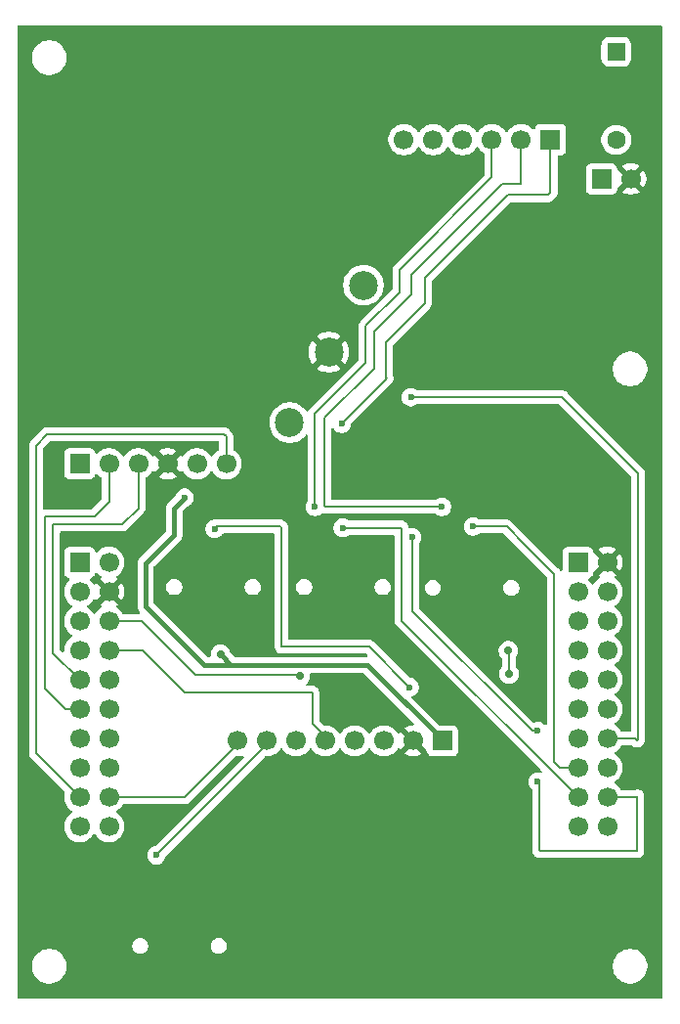
<source format=gbl>
G04 #@! TF.GenerationSoftware,KiCad,Pcbnew,9.0.4*
G04 #@! TF.CreationDate,2025-09-12T09:59:32-04:00*
G04 #@! TF.ProjectId,SBP_Routing_Board,5342505f-526f-4757-9469-6e675f426f61,rev?*
G04 #@! TF.SameCoordinates,Original*
G04 #@! TF.FileFunction,Copper,L4,Bot*
G04 #@! TF.FilePolarity,Positive*
%FSLAX46Y46*%
G04 Gerber Fmt 4.6, Leading zero omitted, Abs format (unit mm)*
G04 Created by KiCad (PCBNEW 9.0.4) date 2025-09-12 09:59:32*
%MOMM*%
%LPD*%
G01*
G04 APERTURE LIST*
G04 Aperture macros list*
%AMRoundRect*
0 Rectangle with rounded corners*
0 $1 Rounding radius*
0 $2 $3 $4 $5 $6 $7 $8 $9 X,Y pos of 4 corners*
0 Add a 4 corners polygon primitive as box body*
4,1,4,$2,$3,$4,$5,$6,$7,$8,$9,$2,$3,0*
0 Add four circle primitives for the rounded corners*
1,1,$1+$1,$2,$3*
1,1,$1+$1,$4,$5*
1,1,$1+$1,$6,$7*
1,1,$1+$1,$8,$9*
0 Add four rect primitives between the rounded corners*
20,1,$1+$1,$2,$3,$4,$5,0*
20,1,$1+$1,$4,$5,$6,$7,0*
20,1,$1+$1,$6,$7,$8,$9,0*
20,1,$1+$1,$8,$9,$2,$3,0*%
G04 Aperture macros list end*
G04 #@! TA.AperFunction,ComponentPad*
%ADD10R,1.700000X1.700000*%
G04 #@! TD*
G04 #@! TA.AperFunction,ComponentPad*
%ADD11C,1.700000*%
G04 #@! TD*
G04 #@! TA.AperFunction,ComponentPad*
%ADD12RoundRect,0.250000X-0.550000X0.550000X-0.550000X-0.550000X0.550000X-0.550000X0.550000X0.550000X0*%
G04 #@! TD*
G04 #@! TA.AperFunction,ComponentPad*
%ADD13C,1.600000*%
G04 #@! TD*
G04 #@! TA.AperFunction,ComponentPad*
%ADD14C,2.500000*%
G04 #@! TD*
G04 #@! TA.AperFunction,ViaPad*
%ADD15C,0.700000*%
G04 #@! TD*
G04 #@! TA.AperFunction,ViaPad*
%ADD16C,0.600000*%
G04 #@! TD*
G04 #@! TA.AperFunction,Conductor*
%ADD17C,0.400000*%
G04 #@! TD*
G04 #@! TA.AperFunction,Conductor*
%ADD18C,0.200000*%
G04 #@! TD*
G04 APERTURE END LIST*
D10*
X103840000Y-122200000D03*
D11*
X101300000Y-122200000D03*
X98760000Y-122200000D03*
X96220000Y-122200000D03*
X93680000Y-122200000D03*
X91140000Y-122200000D03*
X88600000Y-122200000D03*
X86060000Y-122200000D03*
D12*
X118900000Y-62550000D03*
D13*
X118900000Y-70170000D03*
D10*
X72400000Y-106750000D03*
D11*
X74940000Y-106750000D03*
X72400000Y-109290000D03*
X74940000Y-109290000D03*
X72400000Y-111830000D03*
X74940000Y-111830000D03*
X72400000Y-114370000D03*
X74940000Y-114370000D03*
X72400000Y-116910000D03*
X74940000Y-116910000D03*
X72400000Y-119450000D03*
X74940000Y-119450000D03*
X72400000Y-121990000D03*
X74940000Y-121990000D03*
X72400000Y-124530000D03*
X74940000Y-124530000D03*
X72400000Y-127070000D03*
X74940000Y-127070000D03*
X72400000Y-129610000D03*
X74940000Y-129610000D03*
D10*
X72400000Y-98210000D03*
D11*
X74940000Y-98210000D03*
X77480000Y-98210000D03*
X80020000Y-98210000D03*
X82560000Y-98210000D03*
X85100000Y-98210000D03*
D10*
X117625000Y-73550000D03*
D11*
X120165000Y-73550000D03*
D14*
X97000000Y-82750000D03*
X90600000Y-94650000D03*
D10*
X115580000Y-106750000D03*
D11*
X118120000Y-106750000D03*
X115580000Y-109290000D03*
X118120000Y-109290000D03*
X115580000Y-111830000D03*
X118120000Y-111830000D03*
X115580000Y-114370000D03*
X118120000Y-114370000D03*
X115580000Y-116910000D03*
X118120000Y-116910000D03*
X115580000Y-119450000D03*
X118120000Y-119450000D03*
X115580000Y-121990000D03*
X118120000Y-121990000D03*
X115580000Y-124530000D03*
X118120000Y-124530000D03*
X115580000Y-127070000D03*
X118120000Y-127070000D03*
X115580000Y-129610000D03*
X118120000Y-129610000D03*
D10*
X113200000Y-70150000D03*
D11*
X110660000Y-70150000D03*
X108120000Y-70150000D03*
X105580000Y-70150000D03*
X103040000Y-70150000D03*
X100500000Y-70150000D03*
D14*
X94000000Y-88550000D03*
D15*
X84600000Y-114700000D03*
D16*
X81500000Y-101150000D03*
D15*
X91500000Y-116600000D03*
X109550000Y-114400000D03*
X109600000Y-116400000D03*
D16*
X79050000Y-132100000D03*
X101100000Y-92450000D03*
X106500000Y-103650000D03*
X95200000Y-103750000D03*
X112100000Y-121350000D03*
X101200000Y-104550000D03*
X112100000Y-125750000D03*
X101000000Y-117550000D03*
X84100000Y-103850000D03*
X103800000Y-101950000D03*
X92800000Y-101950000D03*
X95100000Y-94750000D03*
D17*
X84600000Y-114700000D02*
X85500000Y-115600000D01*
X85500000Y-115650000D02*
X83200000Y-115650000D01*
X85500000Y-115600000D02*
X85500000Y-115650000D01*
D18*
X79050000Y-132100000D02*
X88950000Y-122200000D01*
D17*
X80600000Y-102050000D02*
X81500000Y-101150000D01*
X103900000Y-122200000D02*
X104190000Y-122200000D01*
X78100000Y-106850000D02*
X80600000Y-104350000D01*
X83200000Y-115650000D02*
X78100000Y-110550000D01*
X86350000Y-115650000D02*
X85500000Y-115650000D01*
X80600000Y-104350000D02*
X80600000Y-102050000D01*
X78100000Y-110550000D02*
X78100000Y-106850000D01*
X86350000Y-115650000D02*
X97350000Y-115650000D01*
X97350000Y-115650000D02*
X103900000Y-122200000D01*
D18*
X69400000Y-102750000D02*
X69400000Y-117652081D01*
X74940000Y-101510000D02*
X73700000Y-102750000D01*
X69400000Y-117652081D02*
X71197919Y-119450000D01*
X74940000Y-98210000D02*
X74940000Y-101510000D01*
X71197919Y-119450000D02*
X72400000Y-119450000D01*
X73700000Y-102750000D02*
X69400000Y-102750000D01*
X76100000Y-103450000D02*
X70100000Y-103450000D01*
X70100000Y-103450000D02*
X70100000Y-114610000D01*
X77480000Y-102070000D02*
X76100000Y-103450000D01*
X77480000Y-98210000D02*
X77480000Y-102070000D01*
X70100000Y-114610000D02*
X72400000Y-116910000D01*
X69600000Y-95650000D02*
X68600000Y-96650000D01*
X85100000Y-95850000D02*
X84900000Y-95650000D01*
X68600000Y-123270000D02*
X72400000Y-127070000D01*
X85100000Y-98210000D02*
X85100000Y-95850000D01*
X68600000Y-96650000D02*
X68600000Y-123270000D01*
X84900000Y-95650000D02*
X69600000Y-95650000D01*
X86410000Y-122200000D02*
X81540000Y-127070000D01*
X81540000Y-127070000D02*
X74940000Y-127070000D01*
X92577807Y-120747807D02*
X92577807Y-118050000D01*
X77820000Y-114370000D02*
X81500000Y-118050000D01*
X74940000Y-114370000D02*
X77820000Y-114370000D01*
X81500000Y-118050000D02*
X92577807Y-118050000D01*
X94030000Y-122200000D02*
X92577807Y-120747807D01*
X77780000Y-111830000D02*
X82400000Y-116450000D01*
X91350000Y-116450000D02*
X91500000Y-116600000D01*
X74940000Y-111830000D02*
X77780000Y-111830000D01*
X82400000Y-116450000D02*
X91350000Y-116450000D01*
X109550000Y-114400000D02*
X109600000Y-114450000D01*
X109600000Y-114450000D02*
X109600000Y-116400000D01*
X101100000Y-92450000D02*
X114200000Y-92450000D01*
X120800000Y-99050000D02*
X120800000Y-122050000D01*
X114200000Y-92450000D02*
X120800000Y-99050000D01*
X120540000Y-121990000D02*
X118120000Y-121990000D01*
X120800000Y-122050000D02*
X120700000Y-122150000D01*
X120700000Y-122150000D02*
X120540000Y-121990000D01*
X111000000Y-105250000D02*
X109400000Y-103650000D01*
X113500000Y-124050000D02*
X113500000Y-107750000D01*
X113500000Y-107750000D02*
X111000000Y-105250000D01*
X115580000Y-124530000D02*
X113980000Y-124530000D01*
X109400000Y-103650000D02*
X106500000Y-103650000D01*
X113980000Y-124530000D02*
X113500000Y-124050000D01*
X100300000Y-103750000D02*
X95200000Y-103750000D01*
X115580000Y-127070000D02*
X100300000Y-111790000D01*
X100300000Y-111790000D02*
X100300000Y-103750000D01*
X112200000Y-131650000D02*
X112200000Y-125850000D01*
X101200000Y-110950000D02*
X101200000Y-104550000D01*
X120700000Y-127029999D02*
X120700000Y-131750000D01*
X112300000Y-131750000D02*
X112200000Y-131650000D01*
X120659999Y-127070000D02*
X120732227Y-126997772D01*
X111600000Y-121350000D02*
X101200000Y-110950000D01*
X120700000Y-131750000D02*
X112300000Y-131750000D01*
X112100000Y-121350000D02*
X111600000Y-121350000D01*
X112200000Y-125850000D02*
X112100000Y-125750000D01*
X120732227Y-126997772D02*
X120700000Y-127029999D01*
X118120000Y-127070000D02*
X120659999Y-127070000D01*
X84300000Y-103650000D02*
X84100000Y-103850000D01*
X89800000Y-103650000D02*
X84300000Y-103650000D01*
X89900000Y-103750000D02*
X89800000Y-103650000D01*
X89900000Y-114050000D02*
X89900000Y-103750000D01*
X101000000Y-117550000D02*
X97500000Y-114050000D01*
X97500000Y-114050000D02*
X89900000Y-114050000D01*
X93600000Y-94250000D02*
X93600000Y-95150000D01*
X93600000Y-95150000D02*
X93600000Y-101850000D01*
X101100000Y-83550000D02*
X98000000Y-86650000D01*
X110660000Y-73890000D02*
X110600000Y-73950000D01*
X97900000Y-89950000D02*
X93600000Y-94250000D01*
X98000000Y-86650000D02*
X97900000Y-86750000D01*
X97900000Y-86750000D02*
X97900000Y-89950000D01*
X101100000Y-83450000D02*
X101100000Y-83550000D01*
X93600000Y-101850000D02*
X93700000Y-101950000D01*
X110660000Y-70150000D02*
X110660000Y-73890000D01*
X110600000Y-73950000D02*
X109000000Y-73950000D01*
X103800000Y-101950000D02*
X103800000Y-102050000D01*
X109000000Y-73950000D02*
X101100000Y-81850000D01*
X93700000Y-101950000D02*
X103800000Y-101950000D01*
X101100000Y-81850000D02*
X101100000Y-83450000D01*
X100100000Y-83350000D02*
X100100000Y-81450000D01*
X100100000Y-81450000D02*
X108120000Y-73430000D01*
X97200000Y-89450000D02*
X97200000Y-86250000D01*
X92800000Y-93850000D02*
X97200000Y-89450000D01*
X92800000Y-101950000D02*
X92800000Y-93850000D01*
X97200000Y-86250000D02*
X100100000Y-83350000D01*
X108120000Y-73430000D02*
X108120000Y-70150000D01*
X99000000Y-90850000D02*
X95100000Y-94750000D01*
X98900000Y-90750000D02*
X99000000Y-90850000D01*
X113000000Y-74950000D02*
X109500000Y-74950000D01*
X102300000Y-84350000D02*
X102200000Y-84450000D01*
X113200000Y-74750000D02*
X113000000Y-74950000D01*
X109500000Y-74950000D02*
X109300000Y-75150000D01*
X98900000Y-87650000D02*
X98900000Y-90750000D01*
X109300000Y-75150000D02*
X102300000Y-82150000D01*
X113200000Y-70150000D02*
X113200000Y-74750000D01*
X102300000Y-82250000D02*
X102300000Y-84350000D01*
X102300000Y-82150000D02*
X102300000Y-82250000D01*
X99000000Y-87650000D02*
X98900000Y-87650000D01*
X102200000Y-84450000D02*
X99000000Y-87650000D01*
G04 #@! TA.AperFunction,Conductor*
G36*
X97075520Y-116370185D02*
G01*
X97096162Y-116386819D01*
X101347662Y-120638319D01*
X101381147Y-120699642D01*
X101376163Y-120769334D01*
X101334291Y-120825267D01*
X101268827Y-120849684D01*
X101259981Y-120850000D01*
X101193754Y-120850000D01*
X100983872Y-120883242D01*
X100983869Y-120883242D01*
X100781782Y-120948904D01*
X100592439Y-121045380D01*
X100538282Y-121084727D01*
X100538282Y-121084728D01*
X101170591Y-121717037D01*
X101107007Y-121734075D01*
X100992993Y-121799901D01*
X100899901Y-121892993D01*
X100834075Y-122007007D01*
X100817037Y-122070591D01*
X100184728Y-121438282D01*
X100184727Y-121438282D01*
X100145380Y-121492440D01*
X100145376Y-121492446D01*
X100140760Y-121501505D01*
X100092781Y-121552297D01*
X100024959Y-121569087D01*
X99958826Y-121546543D01*
X99919794Y-121501493D01*
X99915051Y-121492184D01*
X99915049Y-121492181D01*
X99915048Y-121492179D01*
X99790109Y-121320213D01*
X99639786Y-121169890D01*
X99467820Y-121044951D01*
X99278414Y-120948444D01*
X99278413Y-120948443D01*
X99278412Y-120948443D01*
X99076243Y-120882754D01*
X99076241Y-120882753D01*
X99076240Y-120882753D01*
X98914957Y-120857208D01*
X98866287Y-120849500D01*
X98653713Y-120849500D01*
X98605042Y-120857208D01*
X98443760Y-120882753D01*
X98241585Y-120948444D01*
X98052179Y-121044951D01*
X97880213Y-121169890D01*
X97729890Y-121320213D01*
X97604949Y-121492182D01*
X97600484Y-121500946D01*
X97552509Y-121551742D01*
X97484688Y-121568536D01*
X97418553Y-121545998D01*
X97379516Y-121500946D01*
X97375050Y-121492182D01*
X97250109Y-121320213D01*
X97099786Y-121169890D01*
X96927820Y-121044951D01*
X96738414Y-120948444D01*
X96738413Y-120948443D01*
X96738412Y-120948443D01*
X96536243Y-120882754D01*
X96536241Y-120882753D01*
X96536240Y-120882753D01*
X96374957Y-120857208D01*
X96326287Y-120849500D01*
X96113713Y-120849500D01*
X96065042Y-120857208D01*
X95903760Y-120882753D01*
X95701585Y-120948444D01*
X95512179Y-121044951D01*
X95340213Y-121169890D01*
X95189890Y-121320213D01*
X95064949Y-121492182D01*
X95060484Y-121500946D01*
X95012509Y-121551742D01*
X94944688Y-121568536D01*
X94878553Y-121545998D01*
X94839516Y-121500946D01*
X94835050Y-121492182D01*
X94710109Y-121320213D01*
X94559786Y-121169890D01*
X94387820Y-121044951D01*
X94198414Y-120948444D01*
X94198413Y-120948443D01*
X94198412Y-120948443D01*
X93996243Y-120882754D01*
X93996241Y-120882753D01*
X93996240Y-120882753D01*
X93834957Y-120857208D01*
X93786287Y-120849500D01*
X93580097Y-120849500D01*
X93513058Y-120829815D01*
X93492416Y-120813181D01*
X93214626Y-120535391D01*
X93181141Y-120474068D01*
X93178307Y-120447710D01*
X93178307Y-117970945D01*
X93178307Y-117970943D01*
X93137384Y-117818216D01*
X93120970Y-117789786D01*
X93058331Y-117681290D01*
X93058325Y-117681282D01*
X92946524Y-117569481D01*
X92946516Y-117569475D01*
X92809597Y-117490426D01*
X92809593Y-117490424D01*
X92809591Y-117490423D01*
X92656864Y-117449500D01*
X92656863Y-117449500D01*
X92152651Y-117449500D01*
X92085612Y-117429815D01*
X92039857Y-117377011D01*
X92029913Y-117307853D01*
X92058938Y-117244297D01*
X92064970Y-117237819D01*
X92160623Y-117142165D01*
X92160626Y-117142162D01*
X92194355Y-117091683D01*
X92253703Y-117002863D01*
X92317816Y-116848082D01*
X92350500Y-116683767D01*
X92350500Y-116516233D01*
X92347011Y-116498692D01*
X92353238Y-116429100D01*
X92396100Y-116373923D01*
X92461990Y-116350678D01*
X92468628Y-116350500D01*
X97008481Y-116350500D01*
X97075520Y-116370185D01*
G37*
G04 #@! TD.AperFunction*
G04 #@! TA.AperFunction,Conductor*
G36*
X74474075Y-109482993D02*
G01*
X74539901Y-109597007D01*
X74632993Y-109690099D01*
X74747007Y-109755925D01*
X74810590Y-109772962D01*
X74178282Y-110405269D01*
X74178282Y-110405270D01*
X74232452Y-110444626D01*
X74232451Y-110444626D01*
X74241495Y-110449234D01*
X74292292Y-110497208D01*
X74309087Y-110565029D01*
X74286550Y-110631164D01*
X74241499Y-110670202D01*
X74232182Y-110674949D01*
X74060213Y-110799890D01*
X73909890Y-110950213D01*
X73784949Y-111122182D01*
X73780484Y-111130946D01*
X73732509Y-111181742D01*
X73664688Y-111198536D01*
X73598553Y-111175998D01*
X73559516Y-111130946D01*
X73555050Y-111122182D01*
X73430109Y-110950213D01*
X73279786Y-110799890D01*
X73107820Y-110674951D01*
X73107115Y-110674591D01*
X73099054Y-110670485D01*
X73048259Y-110622512D01*
X73031463Y-110554692D01*
X73053999Y-110488556D01*
X73099054Y-110449515D01*
X73107816Y-110445051D01*
X73162572Y-110405269D01*
X73279786Y-110320109D01*
X73279788Y-110320106D01*
X73279792Y-110320104D01*
X73430104Y-110169792D01*
X73430106Y-110169788D01*
X73430109Y-110169786D01*
X73515890Y-110051717D01*
X73555051Y-109997816D01*
X73559793Y-109988508D01*
X73607763Y-109937711D01*
X73675583Y-109920911D01*
X73741719Y-109943445D01*
X73780763Y-109988500D01*
X73785373Y-109997547D01*
X73824728Y-110051716D01*
X74457037Y-109419408D01*
X74474075Y-109482993D01*
G37*
G04 #@! TD.AperFunction*
G04 #@! TA.AperFunction,Conductor*
G36*
X73918418Y-107645417D02*
G01*
X73946673Y-107666569D01*
X74060213Y-107780109D01*
X74232179Y-107905048D01*
X74232181Y-107905049D01*
X74232184Y-107905051D01*
X74241493Y-107909794D01*
X74292290Y-107957766D01*
X74309087Y-108025587D01*
X74286552Y-108091722D01*
X74241505Y-108130760D01*
X74232446Y-108135376D01*
X74232440Y-108135380D01*
X74178282Y-108174727D01*
X74178282Y-108174728D01*
X74810591Y-108807037D01*
X74747007Y-108824075D01*
X74632993Y-108889901D01*
X74539901Y-108982993D01*
X74474075Y-109097007D01*
X74457037Y-109160591D01*
X73824728Y-108528282D01*
X73824727Y-108528282D01*
X73785380Y-108582440D01*
X73785376Y-108582446D01*
X73780760Y-108591505D01*
X73732781Y-108642297D01*
X73664959Y-108659087D01*
X73598826Y-108636543D01*
X73559794Y-108591493D01*
X73555051Y-108582184D01*
X73555049Y-108582181D01*
X73555048Y-108582179D01*
X73430109Y-108410213D01*
X73316569Y-108296673D01*
X73283084Y-108235350D01*
X73288068Y-108165658D01*
X73329940Y-108109725D01*
X73360915Y-108092810D01*
X73492331Y-108043796D01*
X73607546Y-107957546D01*
X73693796Y-107842331D01*
X73742810Y-107710916D01*
X73784681Y-107654984D01*
X73850145Y-107630566D01*
X73918418Y-107645417D01*
G37*
G04 #@! TD.AperFunction*
G04 #@! TA.AperFunction,Conductor*
G36*
X84442539Y-96270185D02*
G01*
X84488294Y-96322989D01*
X84499500Y-96374500D01*
X84499500Y-96924281D01*
X84479815Y-96991320D01*
X84431795Y-97034765D01*
X84392185Y-97054947D01*
X84392184Y-97054948D01*
X84220213Y-97179890D01*
X84069890Y-97330213D01*
X83944949Y-97502182D01*
X83940484Y-97510946D01*
X83892509Y-97561742D01*
X83824688Y-97578536D01*
X83758553Y-97555998D01*
X83719516Y-97510946D01*
X83715050Y-97502182D01*
X83590109Y-97330213D01*
X83439786Y-97179890D01*
X83267820Y-97054951D01*
X83078414Y-96958444D01*
X83078413Y-96958443D01*
X83078412Y-96958443D01*
X82876243Y-96892754D01*
X82876241Y-96892753D01*
X82876240Y-96892753D01*
X82714957Y-96867208D01*
X82666287Y-96859500D01*
X82453713Y-96859500D01*
X82405042Y-96867208D01*
X82243760Y-96892753D01*
X82041585Y-96958444D01*
X81852179Y-97054951D01*
X81680213Y-97179890D01*
X81529890Y-97330213D01*
X81404949Y-97502182D01*
X81400202Y-97511499D01*
X81352227Y-97562293D01*
X81284405Y-97579087D01*
X81218271Y-97556548D01*
X81179234Y-97511495D01*
X81174626Y-97502452D01*
X81135270Y-97448282D01*
X81135269Y-97448282D01*
X80502962Y-98080590D01*
X80485925Y-98017007D01*
X80420099Y-97902993D01*
X80327007Y-97809901D01*
X80212993Y-97744075D01*
X80149409Y-97727037D01*
X80781716Y-97094728D01*
X80727550Y-97055375D01*
X80538217Y-96958904D01*
X80336129Y-96893242D01*
X80126246Y-96860000D01*
X79913754Y-96860000D01*
X79703872Y-96893242D01*
X79703869Y-96893242D01*
X79501782Y-96958904D01*
X79312439Y-97055380D01*
X79258282Y-97094727D01*
X79258282Y-97094728D01*
X79890591Y-97727037D01*
X79827007Y-97744075D01*
X79712993Y-97809901D01*
X79619901Y-97902993D01*
X79554075Y-98017007D01*
X79537037Y-98080591D01*
X78904728Y-97448282D01*
X78904727Y-97448282D01*
X78865380Y-97502440D01*
X78865376Y-97502446D01*
X78860760Y-97511505D01*
X78812781Y-97562297D01*
X78744959Y-97579087D01*
X78678826Y-97556543D01*
X78639794Y-97511493D01*
X78635051Y-97502184D01*
X78635049Y-97502181D01*
X78635048Y-97502179D01*
X78510109Y-97330213D01*
X78359786Y-97179890D01*
X78187820Y-97054951D01*
X77998414Y-96958444D01*
X77998413Y-96958443D01*
X77998412Y-96958443D01*
X77796243Y-96892754D01*
X77796241Y-96892753D01*
X77796240Y-96892753D01*
X77634957Y-96867208D01*
X77586287Y-96859500D01*
X77373713Y-96859500D01*
X77325042Y-96867208D01*
X77163760Y-96892753D01*
X76961585Y-96958444D01*
X76772179Y-97054951D01*
X76600213Y-97179890D01*
X76449890Y-97330213D01*
X76324949Y-97502182D01*
X76320484Y-97510946D01*
X76272509Y-97561742D01*
X76204688Y-97578536D01*
X76138553Y-97555998D01*
X76099516Y-97510946D01*
X76095050Y-97502182D01*
X75970109Y-97330213D01*
X75819786Y-97179890D01*
X75647820Y-97054951D01*
X75458414Y-96958444D01*
X75458413Y-96958443D01*
X75458412Y-96958443D01*
X75256243Y-96892754D01*
X75256241Y-96892753D01*
X75256240Y-96892753D01*
X75094957Y-96867208D01*
X75046287Y-96859500D01*
X74833713Y-96859500D01*
X74785042Y-96867208D01*
X74623760Y-96892753D01*
X74421585Y-96958444D01*
X74232179Y-97054951D01*
X74060215Y-97179889D01*
X73946673Y-97293431D01*
X73885350Y-97326915D01*
X73815658Y-97321931D01*
X73759725Y-97280059D01*
X73742810Y-97249082D01*
X73693797Y-97117671D01*
X73693793Y-97117664D01*
X73607547Y-97002455D01*
X73607544Y-97002452D01*
X73492335Y-96916206D01*
X73492328Y-96916202D01*
X73357482Y-96865908D01*
X73357483Y-96865908D01*
X73297883Y-96859501D01*
X73297881Y-96859500D01*
X73297873Y-96859500D01*
X73297864Y-96859500D01*
X71502129Y-96859500D01*
X71502123Y-96859501D01*
X71442516Y-96865908D01*
X71307671Y-96916202D01*
X71307664Y-96916206D01*
X71192455Y-97002452D01*
X71192452Y-97002455D01*
X71106206Y-97117664D01*
X71106202Y-97117671D01*
X71055908Y-97252517D01*
X71049501Y-97312116D01*
X71049500Y-97312135D01*
X71049500Y-99107870D01*
X71049501Y-99107876D01*
X71055908Y-99167483D01*
X71106202Y-99302328D01*
X71106206Y-99302335D01*
X71192452Y-99417544D01*
X71192455Y-99417547D01*
X71307664Y-99503793D01*
X71307671Y-99503797D01*
X71442517Y-99554091D01*
X71442516Y-99554091D01*
X71449444Y-99554835D01*
X71502127Y-99560500D01*
X73297872Y-99560499D01*
X73357483Y-99554091D01*
X73492331Y-99503796D01*
X73607546Y-99417546D01*
X73693796Y-99302331D01*
X73742810Y-99170916D01*
X73784681Y-99114984D01*
X73850145Y-99090566D01*
X73918418Y-99105417D01*
X73946673Y-99126569D01*
X74060213Y-99240109D01*
X74232184Y-99365051D01*
X74232184Y-99365052D01*
X74271793Y-99385233D01*
X74322590Y-99433206D01*
X74339500Y-99495718D01*
X74339500Y-101209903D01*
X74319815Y-101276942D01*
X74303181Y-101297584D01*
X73487584Y-102113181D01*
X73426261Y-102146666D01*
X73399903Y-102149500D01*
X69324500Y-102149500D01*
X69257461Y-102129815D01*
X69211706Y-102077011D01*
X69200500Y-102025500D01*
X69200500Y-96950097D01*
X69220185Y-96883058D01*
X69236819Y-96862416D01*
X69812417Y-96286819D01*
X69873740Y-96253334D01*
X69900098Y-96250500D01*
X84375500Y-96250500D01*
X84442539Y-96270185D01*
G37*
G04 #@! TD.AperFunction*
G04 #@! TA.AperFunction,Conductor*
G36*
X117654075Y-106942993D02*
G01*
X117719901Y-107057007D01*
X117812993Y-107150099D01*
X117927007Y-107215925D01*
X117990590Y-107232962D01*
X117358282Y-107865269D01*
X117358282Y-107865270D01*
X117412452Y-107904626D01*
X117412451Y-107904626D01*
X117421495Y-107909234D01*
X117472292Y-107957208D01*
X117489087Y-108025029D01*
X117466550Y-108091164D01*
X117421499Y-108130202D01*
X117412182Y-108134949D01*
X117240213Y-108259890D01*
X117089890Y-108410213D01*
X116964949Y-108582182D01*
X116960484Y-108590946D01*
X116912509Y-108641742D01*
X116844688Y-108658536D01*
X116778553Y-108635998D01*
X116739516Y-108590946D01*
X116735050Y-108582182D01*
X116610109Y-108410213D01*
X116496569Y-108296673D01*
X116463084Y-108235350D01*
X116468068Y-108165658D01*
X116509940Y-108109725D01*
X116540915Y-108092810D01*
X116672331Y-108043796D01*
X116787546Y-107957546D01*
X116873796Y-107842331D01*
X116924091Y-107707483D01*
X116930500Y-107647873D01*
X116930499Y-107637312D01*
X116950179Y-107570275D01*
X116966818Y-107549626D01*
X117637037Y-106879408D01*
X117654075Y-106942993D01*
G37*
G04 #@! TD.AperFunction*
G04 #@! TA.AperFunction,Conductor*
G36*
X122842539Y-60270185D02*
G01*
X122888294Y-60322989D01*
X122899500Y-60374500D01*
X122899500Y-144375500D01*
X122879815Y-144442539D01*
X122827011Y-144488294D01*
X122775500Y-144499500D01*
X67124500Y-144499500D01*
X67057461Y-144479815D01*
X67011706Y-144427011D01*
X67000500Y-144375500D01*
X67000500Y-141581902D01*
X68249500Y-141581902D01*
X68249500Y-141818097D01*
X68286446Y-142051368D01*
X68359433Y-142275996D01*
X68466657Y-142486433D01*
X68605483Y-142677510D01*
X68772490Y-142844517D01*
X68963567Y-142983343D01*
X69062991Y-143034002D01*
X69174003Y-143090566D01*
X69174005Y-143090566D01*
X69174008Y-143090568D01*
X69294412Y-143129689D01*
X69398631Y-143163553D01*
X69631903Y-143200500D01*
X69631908Y-143200500D01*
X69868097Y-143200500D01*
X70101368Y-143163553D01*
X70325992Y-143090568D01*
X70536433Y-142983343D01*
X70727510Y-142844517D01*
X70894517Y-142677510D01*
X71033343Y-142486433D01*
X71140568Y-142275992D01*
X71213553Y-142051368D01*
X71250500Y-141818097D01*
X71250500Y-141581902D01*
X118599500Y-141581902D01*
X118599500Y-141818097D01*
X118636446Y-142051368D01*
X118709433Y-142275996D01*
X118816657Y-142486433D01*
X118955483Y-142677510D01*
X119122490Y-142844517D01*
X119313567Y-142983343D01*
X119412991Y-143034002D01*
X119524003Y-143090566D01*
X119524005Y-143090566D01*
X119524008Y-143090568D01*
X119644412Y-143129689D01*
X119748631Y-143163553D01*
X119981903Y-143200500D01*
X119981908Y-143200500D01*
X120218097Y-143200500D01*
X120451368Y-143163553D01*
X120675992Y-143090568D01*
X120886433Y-142983343D01*
X121077510Y-142844517D01*
X121244517Y-142677510D01*
X121383343Y-142486433D01*
X121490568Y-142275992D01*
X121563553Y-142051368D01*
X121600500Y-141818097D01*
X121600500Y-141581902D01*
X121563553Y-141348631D01*
X121490566Y-141124003D01*
X121383342Y-140913566D01*
X121244517Y-140722490D01*
X121077510Y-140555483D01*
X120886433Y-140416657D01*
X120846953Y-140396541D01*
X120675996Y-140309433D01*
X120451368Y-140236446D01*
X120218097Y-140199500D01*
X120218092Y-140199500D01*
X119981908Y-140199500D01*
X119981903Y-140199500D01*
X119748631Y-140236446D01*
X119524003Y-140309433D01*
X119313566Y-140416657D01*
X119206961Y-140494111D01*
X119122490Y-140555483D01*
X119122488Y-140555485D01*
X119122487Y-140555485D01*
X118955485Y-140722487D01*
X118955485Y-140722488D01*
X118955483Y-140722490D01*
X118895862Y-140804550D01*
X118816657Y-140913566D01*
X118709433Y-141124003D01*
X118636446Y-141348631D01*
X118599500Y-141581902D01*
X71250500Y-141581902D01*
X71213553Y-141348631D01*
X71140566Y-141124003D01*
X71033342Y-140913566D01*
X70894517Y-140722490D01*
X70727510Y-140555483D01*
X70536433Y-140416657D01*
X70496953Y-140396541D01*
X70325996Y-140309433D01*
X70101368Y-140236446D01*
X69868097Y-140199500D01*
X69868092Y-140199500D01*
X69631908Y-140199500D01*
X69631903Y-140199500D01*
X69398631Y-140236446D01*
X69174003Y-140309433D01*
X68963566Y-140416657D01*
X68856961Y-140494111D01*
X68772490Y-140555483D01*
X68772488Y-140555485D01*
X68772487Y-140555485D01*
X68605485Y-140722487D01*
X68605485Y-140722488D01*
X68605483Y-140722490D01*
X68545862Y-140804550D01*
X68466657Y-140913566D01*
X68359433Y-141124003D01*
X68286446Y-141348631D01*
X68249500Y-141581902D01*
X67000500Y-141581902D01*
X67000500Y-140018995D01*
X76949499Y-140018995D01*
X76976418Y-140154322D01*
X76976421Y-140154332D01*
X77029221Y-140281804D01*
X77029228Y-140281817D01*
X77105885Y-140396541D01*
X77105888Y-140396545D01*
X77203454Y-140494111D01*
X77203458Y-140494114D01*
X77318182Y-140570771D01*
X77318195Y-140570778D01*
X77445667Y-140623578D01*
X77445672Y-140623580D01*
X77445676Y-140623580D01*
X77445677Y-140623581D01*
X77581004Y-140650500D01*
X77581007Y-140650500D01*
X77718995Y-140650500D01*
X77810041Y-140632389D01*
X77854328Y-140623580D01*
X77981811Y-140570775D01*
X78096542Y-140494114D01*
X78194114Y-140396542D01*
X78270775Y-140281811D01*
X78323580Y-140154328D01*
X78350500Y-140018995D01*
X83749499Y-140018995D01*
X83776418Y-140154322D01*
X83776421Y-140154332D01*
X83829221Y-140281804D01*
X83829228Y-140281817D01*
X83905885Y-140396541D01*
X83905888Y-140396545D01*
X84003454Y-140494111D01*
X84003458Y-140494114D01*
X84118182Y-140570771D01*
X84118195Y-140570778D01*
X84245667Y-140623578D01*
X84245672Y-140623580D01*
X84245676Y-140623580D01*
X84245677Y-140623581D01*
X84381004Y-140650500D01*
X84381007Y-140650500D01*
X84518995Y-140650500D01*
X84610041Y-140632389D01*
X84654328Y-140623580D01*
X84781811Y-140570775D01*
X84896542Y-140494114D01*
X84994114Y-140396542D01*
X85070775Y-140281811D01*
X85123580Y-140154328D01*
X85150500Y-140018993D01*
X85150500Y-139881007D01*
X85150500Y-139881004D01*
X85123581Y-139745677D01*
X85123580Y-139745676D01*
X85123580Y-139745672D01*
X85123578Y-139745667D01*
X85070778Y-139618195D01*
X85070771Y-139618182D01*
X84994114Y-139503458D01*
X84994111Y-139503454D01*
X84896545Y-139405888D01*
X84896541Y-139405885D01*
X84781817Y-139329228D01*
X84781804Y-139329221D01*
X84654332Y-139276421D01*
X84654322Y-139276418D01*
X84518995Y-139249500D01*
X84518993Y-139249500D01*
X84381007Y-139249500D01*
X84381005Y-139249500D01*
X84245677Y-139276418D01*
X84245667Y-139276421D01*
X84118195Y-139329221D01*
X84118182Y-139329228D01*
X84003458Y-139405885D01*
X84003454Y-139405888D01*
X83905888Y-139503454D01*
X83905885Y-139503458D01*
X83829228Y-139618182D01*
X83829221Y-139618195D01*
X83776421Y-139745667D01*
X83776418Y-139745677D01*
X83749500Y-139881004D01*
X83749500Y-139881007D01*
X83749500Y-140018993D01*
X83749500Y-140018995D01*
X83749499Y-140018995D01*
X78350500Y-140018995D01*
X78350500Y-140018993D01*
X78350500Y-139881007D01*
X78350500Y-139881004D01*
X78323581Y-139745677D01*
X78323580Y-139745676D01*
X78323580Y-139745672D01*
X78323578Y-139745667D01*
X78270778Y-139618195D01*
X78270771Y-139618182D01*
X78194114Y-139503458D01*
X78194111Y-139503454D01*
X78096545Y-139405888D01*
X78096541Y-139405885D01*
X77981817Y-139329228D01*
X77981804Y-139329221D01*
X77854332Y-139276421D01*
X77854322Y-139276418D01*
X77718995Y-139249500D01*
X77718993Y-139249500D01*
X77581007Y-139249500D01*
X77581005Y-139249500D01*
X77445677Y-139276418D01*
X77445667Y-139276421D01*
X77318195Y-139329221D01*
X77318182Y-139329228D01*
X77203458Y-139405885D01*
X77203454Y-139405888D01*
X77105888Y-139503454D01*
X77105885Y-139503458D01*
X77029228Y-139618182D01*
X77029221Y-139618195D01*
X76976421Y-139745667D01*
X76976418Y-139745677D01*
X76949500Y-139881004D01*
X76949500Y-139881007D01*
X76949500Y-140018993D01*
X76949500Y-140018995D01*
X76949499Y-140018995D01*
X67000500Y-140018995D01*
X67000500Y-123349054D01*
X67999498Y-123349054D01*
X68040423Y-123501785D01*
X68064847Y-123544087D01*
X68064848Y-123544091D01*
X68119475Y-123638709D01*
X68119481Y-123638717D01*
X68238349Y-123757585D01*
X68238355Y-123757590D01*
X71066241Y-126585476D01*
X71099726Y-126646799D01*
X71096492Y-126711473D01*
X71082753Y-126753757D01*
X71056627Y-126918715D01*
X71049500Y-126963713D01*
X71049500Y-127176287D01*
X71082754Y-127386243D01*
X71136130Y-127550518D01*
X71148444Y-127588414D01*
X71244951Y-127777820D01*
X71369890Y-127949786D01*
X71520213Y-128100109D01*
X71692182Y-128225050D01*
X71700946Y-128229516D01*
X71751742Y-128277491D01*
X71768536Y-128345312D01*
X71745998Y-128411447D01*
X71700946Y-128450484D01*
X71692182Y-128454949D01*
X71520213Y-128579890D01*
X71369890Y-128730213D01*
X71244951Y-128902179D01*
X71148444Y-129091585D01*
X71082753Y-129293760D01*
X71049500Y-129503713D01*
X71049500Y-129716286D01*
X71082753Y-129926239D01*
X71148444Y-130128414D01*
X71244951Y-130317820D01*
X71369890Y-130489786D01*
X71520213Y-130640109D01*
X71692179Y-130765048D01*
X71692181Y-130765049D01*
X71692184Y-130765051D01*
X71881588Y-130861557D01*
X72083757Y-130927246D01*
X72293713Y-130960500D01*
X72293714Y-130960500D01*
X72506286Y-130960500D01*
X72506287Y-130960500D01*
X72716243Y-130927246D01*
X72918412Y-130861557D01*
X73107816Y-130765051D01*
X73129789Y-130749086D01*
X73279786Y-130640109D01*
X73279788Y-130640106D01*
X73279792Y-130640104D01*
X73430104Y-130489792D01*
X73430106Y-130489788D01*
X73430109Y-130489786D01*
X73555048Y-130317820D01*
X73555047Y-130317820D01*
X73555051Y-130317816D01*
X73559514Y-130309054D01*
X73607488Y-130258259D01*
X73675308Y-130241463D01*
X73741444Y-130263999D01*
X73780486Y-130309056D01*
X73784951Y-130317820D01*
X73909890Y-130489786D01*
X74060213Y-130640109D01*
X74232179Y-130765048D01*
X74232181Y-130765049D01*
X74232184Y-130765051D01*
X74421588Y-130861557D01*
X74623757Y-130927246D01*
X74833713Y-130960500D01*
X74833714Y-130960500D01*
X75046286Y-130960500D01*
X75046287Y-130960500D01*
X75256243Y-130927246D01*
X75458412Y-130861557D01*
X75647816Y-130765051D01*
X75669789Y-130749086D01*
X75819786Y-130640109D01*
X75819788Y-130640106D01*
X75819792Y-130640104D01*
X75970104Y-130489792D01*
X75970106Y-130489788D01*
X75970109Y-130489786D01*
X76095048Y-130317820D01*
X76095047Y-130317820D01*
X76095051Y-130317816D01*
X76191557Y-130128412D01*
X76257246Y-129926243D01*
X76290500Y-129716287D01*
X76290500Y-129503713D01*
X76257246Y-129293757D01*
X76191557Y-129091588D01*
X76095051Y-128902184D01*
X76095049Y-128902181D01*
X76095048Y-128902179D01*
X75970109Y-128730213D01*
X75819786Y-128579890D01*
X75647820Y-128454951D01*
X75647115Y-128454591D01*
X75639054Y-128450485D01*
X75588259Y-128402512D01*
X75571463Y-128334692D01*
X75593999Y-128268556D01*
X75639054Y-128229515D01*
X75647816Y-128225051D01*
X75669789Y-128209086D01*
X75819786Y-128100109D01*
X75819788Y-128100106D01*
X75819792Y-128100104D01*
X75970104Y-127949792D01*
X75970106Y-127949788D01*
X75970109Y-127949786D01*
X76082929Y-127794500D01*
X76095051Y-127777816D01*
X76095349Y-127777230D01*
X76115235Y-127738205D01*
X76163209Y-127687409D01*
X76225719Y-127670500D01*
X81453331Y-127670500D01*
X81453347Y-127670501D01*
X81460943Y-127670501D01*
X81619054Y-127670501D01*
X81619057Y-127670501D01*
X81771785Y-127629577D01*
X81841068Y-127589576D01*
X81908716Y-127550520D01*
X82020520Y-127438716D01*
X82020520Y-127438714D01*
X82030724Y-127428511D01*
X82030728Y-127428506D01*
X85872415Y-123586819D01*
X85933738Y-123553334D01*
X85960096Y-123550500D01*
X86166286Y-123550500D01*
X86166287Y-123550500D01*
X86376243Y-123517246D01*
X86488329Y-123480826D01*
X86558165Y-123478832D01*
X86617998Y-123514912D01*
X86648827Y-123577612D01*
X86640863Y-123647027D01*
X86614324Y-123686439D01*
X79035339Y-131265425D01*
X78974016Y-131298910D01*
X78971850Y-131299361D01*
X78816508Y-131330261D01*
X78816498Y-131330264D01*
X78670827Y-131390602D01*
X78670814Y-131390609D01*
X78539711Y-131478210D01*
X78539707Y-131478213D01*
X78428213Y-131589707D01*
X78428210Y-131589711D01*
X78340609Y-131720814D01*
X78340602Y-131720827D01*
X78280264Y-131866498D01*
X78280261Y-131866510D01*
X78249500Y-132021153D01*
X78249500Y-132178846D01*
X78280261Y-132333489D01*
X78280264Y-132333501D01*
X78340602Y-132479172D01*
X78340609Y-132479185D01*
X78428210Y-132610288D01*
X78428213Y-132610292D01*
X78539707Y-132721786D01*
X78539711Y-132721789D01*
X78670814Y-132809390D01*
X78670827Y-132809397D01*
X78816498Y-132869735D01*
X78816503Y-132869737D01*
X78971153Y-132900499D01*
X78971156Y-132900500D01*
X78971158Y-132900500D01*
X79128844Y-132900500D01*
X79128845Y-132900499D01*
X79283497Y-132869737D01*
X79429179Y-132809394D01*
X79560289Y-132721789D01*
X79671789Y-132610289D01*
X79759394Y-132479179D01*
X79819737Y-132333497D01*
X79840221Y-132230518D01*
X79850638Y-132178150D01*
X79883023Y-132116239D01*
X79884518Y-132114716D01*
X88412415Y-123586818D01*
X88473738Y-123553334D01*
X88500096Y-123550500D01*
X88706286Y-123550500D01*
X88706287Y-123550500D01*
X88916243Y-123517246D01*
X89118412Y-123451557D01*
X89307816Y-123355051D01*
X89344245Y-123328584D01*
X89479786Y-123230109D01*
X89479788Y-123230106D01*
X89479792Y-123230104D01*
X89630104Y-123079792D01*
X89630106Y-123079788D01*
X89630109Y-123079786D01*
X89755048Y-122907820D01*
X89755047Y-122907820D01*
X89755051Y-122907816D01*
X89759514Y-122899054D01*
X89807488Y-122848259D01*
X89875308Y-122831463D01*
X89941444Y-122853999D01*
X89980486Y-122899056D01*
X89984951Y-122907820D01*
X90109890Y-123079786D01*
X90260213Y-123230109D01*
X90432179Y-123355048D01*
X90432181Y-123355049D01*
X90432184Y-123355051D01*
X90621588Y-123451557D01*
X90823757Y-123517246D01*
X91033713Y-123550500D01*
X91033714Y-123550500D01*
X91246286Y-123550500D01*
X91246287Y-123550500D01*
X91456243Y-123517246D01*
X91658412Y-123451557D01*
X91847816Y-123355051D01*
X91884245Y-123328584D01*
X92019786Y-123230109D01*
X92019788Y-123230106D01*
X92019792Y-123230104D01*
X92170104Y-123079792D01*
X92170106Y-123079788D01*
X92170109Y-123079786D01*
X92295048Y-122907820D01*
X92295047Y-122907820D01*
X92295051Y-122907816D01*
X92299514Y-122899054D01*
X92347488Y-122848259D01*
X92415308Y-122831463D01*
X92481444Y-122853999D01*
X92520486Y-122899056D01*
X92524951Y-122907820D01*
X92649890Y-123079786D01*
X92800213Y-123230109D01*
X92972179Y-123355048D01*
X92972181Y-123355049D01*
X92972184Y-123355051D01*
X93161588Y-123451557D01*
X93363757Y-123517246D01*
X93573713Y-123550500D01*
X93573714Y-123550500D01*
X93786286Y-123550500D01*
X93786287Y-123550500D01*
X93996243Y-123517246D01*
X94198412Y-123451557D01*
X94387816Y-123355051D01*
X94424245Y-123328584D01*
X94559786Y-123230109D01*
X94559788Y-123230106D01*
X94559792Y-123230104D01*
X94710104Y-123079792D01*
X94710106Y-123079788D01*
X94710109Y-123079786D01*
X94835048Y-122907820D01*
X94835047Y-122907820D01*
X94835051Y-122907816D01*
X94839514Y-122899054D01*
X94887488Y-122848259D01*
X94955308Y-122831463D01*
X95021444Y-122853999D01*
X95060486Y-122899056D01*
X95064951Y-122907820D01*
X95189890Y-123079786D01*
X95340213Y-123230109D01*
X95512179Y-123355048D01*
X95512181Y-123355049D01*
X95512184Y-123355051D01*
X95701588Y-123451557D01*
X95903757Y-123517246D01*
X96113713Y-123550500D01*
X96113714Y-123550500D01*
X96326286Y-123550500D01*
X96326287Y-123550500D01*
X96536243Y-123517246D01*
X96738412Y-123451557D01*
X96927816Y-123355051D01*
X96964245Y-123328584D01*
X97099786Y-123230109D01*
X97099788Y-123230106D01*
X97099792Y-123230104D01*
X97250104Y-123079792D01*
X97250106Y-123079788D01*
X97250109Y-123079786D01*
X97375048Y-122907820D01*
X97375047Y-122907820D01*
X97375051Y-122907816D01*
X97379514Y-122899054D01*
X97427488Y-122848259D01*
X97495308Y-122831463D01*
X97561444Y-122853999D01*
X97600486Y-122899056D01*
X97604951Y-122907820D01*
X97729890Y-123079786D01*
X97880213Y-123230109D01*
X98052179Y-123355048D01*
X98052181Y-123355049D01*
X98052184Y-123355051D01*
X98241588Y-123451557D01*
X98443757Y-123517246D01*
X98653713Y-123550500D01*
X98653714Y-123550500D01*
X98866286Y-123550500D01*
X98866287Y-123550500D01*
X99076243Y-123517246D01*
X99278412Y-123451557D01*
X99467816Y-123355051D01*
X99504245Y-123328584D01*
X99639786Y-123230109D01*
X99639788Y-123230106D01*
X99639792Y-123230104D01*
X99790104Y-123079792D01*
X99790106Y-123079788D01*
X99790109Y-123079786D01*
X99869943Y-122969902D01*
X99915051Y-122907816D01*
X99919793Y-122898508D01*
X99967763Y-122847711D01*
X100035583Y-122830911D01*
X100101719Y-122853445D01*
X100140763Y-122898500D01*
X100145373Y-122907547D01*
X100184728Y-122961716D01*
X100817037Y-122329408D01*
X100834075Y-122392993D01*
X100899901Y-122507007D01*
X100992993Y-122600099D01*
X101107007Y-122665925D01*
X101170590Y-122682962D01*
X100538282Y-123315269D01*
X100538282Y-123315270D01*
X100592449Y-123354624D01*
X100781782Y-123451095D01*
X100983870Y-123516757D01*
X101193754Y-123550000D01*
X101406246Y-123550000D01*
X101616127Y-123516757D01*
X101616130Y-123516757D01*
X101818217Y-123451095D01*
X102007554Y-123354622D01*
X102061716Y-123315270D01*
X102061717Y-123315270D01*
X101429408Y-122682962D01*
X101492993Y-122665925D01*
X101607007Y-122600099D01*
X101700099Y-122507007D01*
X101765925Y-122392993D01*
X101782962Y-122329408D01*
X102453181Y-122999628D01*
X102486666Y-123060951D01*
X102489500Y-123087300D01*
X102489500Y-123097865D01*
X102489501Y-123097876D01*
X102495908Y-123157483D01*
X102546202Y-123292328D01*
X102546206Y-123292335D01*
X102632452Y-123407544D01*
X102632455Y-123407547D01*
X102747664Y-123493793D01*
X102747671Y-123493797D01*
X102882517Y-123544091D01*
X102882516Y-123544091D01*
X102889444Y-123544835D01*
X102942127Y-123550500D01*
X104737872Y-123550499D01*
X104797483Y-123544091D01*
X104932331Y-123493796D01*
X105047546Y-123407546D01*
X105133796Y-123292331D01*
X105184091Y-123157483D01*
X105190500Y-123097873D01*
X105190499Y-121302128D01*
X105184091Y-121242517D01*
X105178798Y-121228327D01*
X105133797Y-121107671D01*
X105133793Y-121107664D01*
X105047547Y-120992455D01*
X105047544Y-120992452D01*
X104932335Y-120906206D01*
X104932328Y-120906202D01*
X104797482Y-120855908D01*
X104797483Y-120855908D01*
X104737883Y-120849501D01*
X104737881Y-120849500D01*
X104737873Y-120849500D01*
X104737865Y-120849500D01*
X103591519Y-120849500D01*
X103524480Y-120829815D01*
X103503838Y-120813181D01*
X101206963Y-118516306D01*
X101173478Y-118454983D01*
X101178462Y-118385291D01*
X101220334Y-118329358D01*
X101247189Y-118314065D01*
X101304121Y-118290484D01*
X101379173Y-118259397D01*
X101379176Y-118259395D01*
X101379179Y-118259394D01*
X101510289Y-118171789D01*
X101621789Y-118060289D01*
X101709394Y-117929179D01*
X101769737Y-117783497D01*
X101800500Y-117628842D01*
X101800500Y-117471158D01*
X101800500Y-117471155D01*
X101800499Y-117471153D01*
X101791272Y-117424767D01*
X101769737Y-117316503D01*
X101765273Y-117305726D01*
X101709397Y-117170827D01*
X101709390Y-117170814D01*
X101621789Y-117039711D01*
X101621786Y-117039707D01*
X101510292Y-116928213D01*
X101510288Y-116928210D01*
X101379185Y-116840609D01*
X101379172Y-116840602D01*
X101233501Y-116780264D01*
X101233491Y-116780261D01*
X101078149Y-116749361D01*
X101016238Y-116716976D01*
X101014660Y-116715425D01*
X97987590Y-113688355D01*
X97987588Y-113688352D01*
X97868717Y-113569481D01*
X97868716Y-113569480D01*
X97781904Y-113519360D01*
X97781904Y-113519359D01*
X97781900Y-113519358D01*
X97731785Y-113490423D01*
X97579057Y-113449499D01*
X97420943Y-113449499D01*
X97413347Y-113449499D01*
X97413331Y-113449500D01*
X90624500Y-113449500D01*
X90557461Y-113429815D01*
X90511706Y-113377011D01*
X90500500Y-113325500D01*
X90500500Y-108948995D01*
X91159499Y-108948995D01*
X91186418Y-109084322D01*
X91186421Y-109084332D01*
X91239221Y-109211804D01*
X91239228Y-109211817D01*
X91315885Y-109326541D01*
X91315888Y-109326545D01*
X91413454Y-109424111D01*
X91413458Y-109424114D01*
X91528182Y-109500771D01*
X91528195Y-109500778D01*
X91655667Y-109553578D01*
X91655672Y-109553580D01*
X91655676Y-109553580D01*
X91655677Y-109553581D01*
X91791004Y-109580500D01*
X91791007Y-109580500D01*
X91928995Y-109580500D01*
X92020041Y-109562389D01*
X92064328Y-109553580D01*
X92191811Y-109500775D01*
X92306542Y-109424114D01*
X92404114Y-109326542D01*
X92480775Y-109211811D01*
X92533580Y-109084328D01*
X92553737Y-108982993D01*
X92560500Y-108948995D01*
X97959499Y-108948995D01*
X97986418Y-109084322D01*
X97986421Y-109084332D01*
X98039221Y-109211804D01*
X98039228Y-109211817D01*
X98115885Y-109326541D01*
X98115888Y-109326545D01*
X98213454Y-109424111D01*
X98213458Y-109424114D01*
X98328182Y-109500771D01*
X98328195Y-109500778D01*
X98455667Y-109553578D01*
X98455672Y-109553580D01*
X98455676Y-109553580D01*
X98455677Y-109553581D01*
X98591004Y-109580500D01*
X98591007Y-109580500D01*
X98728995Y-109580500D01*
X98820041Y-109562389D01*
X98864328Y-109553580D01*
X98991811Y-109500775D01*
X99106542Y-109424114D01*
X99204114Y-109326542D01*
X99280775Y-109211811D01*
X99333580Y-109084328D01*
X99353737Y-108982993D01*
X99360500Y-108948995D01*
X99360500Y-108811004D01*
X99333581Y-108675677D01*
X99333580Y-108675676D01*
X99333580Y-108675672D01*
X99319526Y-108641742D01*
X99280778Y-108548195D01*
X99280771Y-108548182D01*
X99204114Y-108433458D01*
X99204111Y-108433454D01*
X99106545Y-108335888D01*
X99106541Y-108335885D01*
X98991817Y-108259228D01*
X98991804Y-108259221D01*
X98864332Y-108206421D01*
X98864322Y-108206418D01*
X98728995Y-108179500D01*
X98728993Y-108179500D01*
X98591007Y-108179500D01*
X98591005Y-108179500D01*
X98455677Y-108206418D01*
X98455667Y-108206421D01*
X98328195Y-108259221D01*
X98328182Y-108259228D01*
X98213458Y-108335885D01*
X98213454Y-108335888D01*
X98115888Y-108433454D01*
X98115885Y-108433458D01*
X98039228Y-108548182D01*
X98039221Y-108548195D01*
X97986421Y-108675667D01*
X97986418Y-108675677D01*
X97959500Y-108811004D01*
X97959500Y-108811007D01*
X97959500Y-108948993D01*
X97959500Y-108948995D01*
X97959499Y-108948995D01*
X92560500Y-108948995D01*
X92560500Y-108811004D01*
X92533581Y-108675677D01*
X92533580Y-108675676D01*
X92533580Y-108675672D01*
X92519526Y-108641742D01*
X92480778Y-108548195D01*
X92480771Y-108548182D01*
X92404114Y-108433458D01*
X92404111Y-108433454D01*
X92306545Y-108335888D01*
X92306541Y-108335885D01*
X92191817Y-108259228D01*
X92191804Y-108259221D01*
X92064332Y-108206421D01*
X92064322Y-108206418D01*
X91928995Y-108179500D01*
X91928993Y-108179500D01*
X91791007Y-108179500D01*
X91791005Y-108179500D01*
X91655677Y-108206418D01*
X91655667Y-108206421D01*
X91528195Y-108259221D01*
X91528182Y-108259228D01*
X91413458Y-108335885D01*
X91413454Y-108335888D01*
X91315888Y-108433454D01*
X91315885Y-108433458D01*
X91239228Y-108548182D01*
X91239221Y-108548195D01*
X91186421Y-108675667D01*
X91186418Y-108675677D01*
X91159500Y-108811004D01*
X91159500Y-108811007D01*
X91159500Y-108948993D01*
X91159500Y-108948995D01*
X91159499Y-108948995D01*
X90500500Y-108948995D01*
X90500500Y-103676871D01*
X90500500Y-103671153D01*
X94399500Y-103671153D01*
X94399500Y-103828846D01*
X94430261Y-103983489D01*
X94430264Y-103983501D01*
X94490602Y-104129172D01*
X94490609Y-104129185D01*
X94578210Y-104260288D01*
X94578213Y-104260292D01*
X94689707Y-104371786D01*
X94689711Y-104371789D01*
X94820814Y-104459390D01*
X94820827Y-104459397D01*
X94966498Y-104519735D01*
X94966503Y-104519737D01*
X95121153Y-104550499D01*
X95121156Y-104550500D01*
X95121158Y-104550500D01*
X95278844Y-104550500D01*
X95278845Y-104550499D01*
X95433497Y-104519737D01*
X95579179Y-104459394D01*
X95633663Y-104422989D01*
X95710875Y-104371398D01*
X95777553Y-104350520D01*
X95779766Y-104350500D01*
X99575500Y-104350500D01*
X99642539Y-104370185D01*
X99688294Y-104422989D01*
X99699500Y-104474500D01*
X99699500Y-111703330D01*
X99699499Y-111703348D01*
X99699499Y-111869054D01*
X99699498Y-111869054D01*
X99717514Y-111936287D01*
X99740423Y-112021785D01*
X99763517Y-112061784D01*
X99800825Y-112126405D01*
X99819479Y-112158715D01*
X99938349Y-112277585D01*
X99938355Y-112277590D01*
X112428342Y-124767577D01*
X112461827Y-124828900D01*
X112456843Y-124898592D01*
X112414971Y-124954525D01*
X112349507Y-124978942D01*
X112316470Y-124976875D01*
X112178846Y-124949500D01*
X112178842Y-124949500D01*
X112021158Y-124949500D01*
X112021155Y-124949500D01*
X111866510Y-124980261D01*
X111866498Y-124980264D01*
X111720827Y-125040602D01*
X111720814Y-125040609D01*
X111589711Y-125128210D01*
X111589707Y-125128213D01*
X111478213Y-125239707D01*
X111478210Y-125239711D01*
X111390609Y-125370814D01*
X111390602Y-125370827D01*
X111330264Y-125516498D01*
X111330261Y-125516510D01*
X111299500Y-125671153D01*
X111299500Y-125828846D01*
X111330261Y-125983489D01*
X111330264Y-125983501D01*
X111390602Y-126129172D01*
X111390609Y-126129185D01*
X111478209Y-126260287D01*
X111478210Y-126260288D01*
X111478211Y-126260289D01*
X111563182Y-126345260D01*
X111596666Y-126406581D01*
X111599500Y-126432940D01*
X111599500Y-131563330D01*
X111599499Y-131563348D01*
X111599499Y-131729054D01*
X111599498Y-131729054D01*
X111640423Y-131881785D01*
X111656861Y-131910256D01*
X111656860Y-131910256D01*
X111656861Y-131910257D01*
X111719475Y-132018709D01*
X111719479Y-132018714D01*
X111719480Y-132018716D01*
X111819480Y-132118716D01*
X111931284Y-132230520D01*
X111931286Y-132230521D01*
X111931290Y-132230524D01*
X112068209Y-132309573D01*
X112068216Y-132309577D01*
X112151098Y-132331785D01*
X112220942Y-132350500D01*
X112220943Y-132350500D01*
X120779055Y-132350500D01*
X120779057Y-132350500D01*
X120931784Y-132309577D01*
X121068716Y-132230520D01*
X121180520Y-132118716D01*
X121259577Y-131981784D01*
X121300500Y-131829057D01*
X121300500Y-127213429D01*
X121304725Y-127181335D01*
X121306078Y-127176286D01*
X121332728Y-127076829D01*
X121332728Y-126918715D01*
X121291804Y-126765987D01*
X121212746Y-126629056D01*
X121100943Y-126517253D01*
X120964012Y-126438195D01*
X120811284Y-126397271D01*
X120653170Y-126397271D01*
X120583281Y-126415998D01*
X120500439Y-126438195D01*
X120500438Y-126438196D01*
X120474994Y-126452887D01*
X120412994Y-126469500D01*
X119405719Y-126469500D01*
X119338680Y-126449815D01*
X119295235Y-126401795D01*
X119275052Y-126362185D01*
X119275051Y-126362184D01*
X119150109Y-126190213D01*
X118999786Y-126039890D01*
X118827820Y-125914951D01*
X118827115Y-125914591D01*
X118819054Y-125910485D01*
X118768259Y-125862512D01*
X118751463Y-125794692D01*
X118773999Y-125728556D01*
X118819054Y-125689515D01*
X118827816Y-125685051D01*
X118849789Y-125669086D01*
X118999786Y-125560109D01*
X118999788Y-125560106D01*
X118999792Y-125560104D01*
X119150104Y-125409792D01*
X119150106Y-125409788D01*
X119150109Y-125409786D01*
X119275048Y-125237820D01*
X119275047Y-125237820D01*
X119275051Y-125237816D01*
X119371557Y-125048412D01*
X119437246Y-124846243D01*
X119470500Y-124636287D01*
X119470500Y-124423713D01*
X119437246Y-124213757D01*
X119371557Y-124011588D01*
X119275051Y-123822184D01*
X119275049Y-123822181D01*
X119275048Y-123822179D01*
X119150109Y-123650213D01*
X118999786Y-123499890D01*
X118827820Y-123374951D01*
X118827115Y-123374591D01*
X118819054Y-123370485D01*
X118768259Y-123322512D01*
X118751463Y-123254692D01*
X118773999Y-123188556D01*
X118819054Y-123149515D01*
X118827816Y-123145051D01*
X118892738Y-123097883D01*
X118999786Y-123020109D01*
X118999788Y-123020106D01*
X118999792Y-123020104D01*
X119150104Y-122869792D01*
X119150106Y-122869788D01*
X119150109Y-122869786D01*
X119236773Y-122750501D01*
X119275051Y-122697816D01*
X119275349Y-122697230D01*
X119295235Y-122658205D01*
X119343209Y-122607409D01*
X119405719Y-122590500D01*
X120239903Y-122590500D01*
X120306942Y-122610185D01*
X120327584Y-122626819D01*
X120331284Y-122630519D01*
X120468215Y-122709577D01*
X120620943Y-122750501D01*
X120620946Y-122750501D01*
X120779054Y-122750501D01*
X120779057Y-122750501D01*
X120931785Y-122709577D01*
X121068716Y-122630519D01*
X121158503Y-122540730D01*
X121158508Y-122540727D01*
X121168714Y-122530520D01*
X121168716Y-122530520D01*
X121280520Y-122418716D01*
X121359577Y-122281784D01*
X121389534Y-122169981D01*
X121400500Y-122129058D01*
X121400500Y-121970943D01*
X121400500Y-99139060D01*
X121400501Y-99139047D01*
X121400501Y-98970944D01*
X121386266Y-98917818D01*
X121359577Y-98818216D01*
X121359573Y-98818209D01*
X121280524Y-98681290D01*
X121280518Y-98681282D01*
X114687590Y-92088355D01*
X114687588Y-92088352D01*
X114568717Y-91969481D01*
X114568716Y-91969480D01*
X114481904Y-91919360D01*
X114481904Y-91919359D01*
X114481900Y-91919358D01*
X114431785Y-91890423D01*
X114279057Y-91849499D01*
X114120943Y-91849499D01*
X114113347Y-91849499D01*
X114113331Y-91849500D01*
X101679766Y-91849500D01*
X101612727Y-91829815D01*
X101610875Y-91828602D01*
X101479185Y-91740609D01*
X101479172Y-91740602D01*
X101333501Y-91680264D01*
X101333489Y-91680261D01*
X101178845Y-91649500D01*
X101178842Y-91649500D01*
X101021158Y-91649500D01*
X101021155Y-91649500D01*
X100866510Y-91680261D01*
X100866498Y-91680264D01*
X100720827Y-91740602D01*
X100720814Y-91740609D01*
X100589711Y-91828210D01*
X100589707Y-91828213D01*
X100478213Y-91939707D01*
X100478210Y-91939711D01*
X100390609Y-92070814D01*
X100390602Y-92070827D01*
X100330264Y-92216498D01*
X100330261Y-92216510D01*
X100299500Y-92371153D01*
X100299500Y-92528846D01*
X100330261Y-92683489D01*
X100330264Y-92683501D01*
X100390602Y-92829172D01*
X100390609Y-92829185D01*
X100478210Y-92960288D01*
X100478213Y-92960292D01*
X100589707Y-93071786D01*
X100589711Y-93071789D01*
X100720814Y-93159390D01*
X100720827Y-93159397D01*
X100866498Y-93219735D01*
X100866503Y-93219737D01*
X101021153Y-93250499D01*
X101021156Y-93250500D01*
X101021158Y-93250500D01*
X101178844Y-93250500D01*
X101178845Y-93250499D01*
X101333497Y-93219737D01*
X101479179Y-93159394D01*
X101479185Y-93159390D01*
X101610875Y-93071398D01*
X101677553Y-93050520D01*
X101679766Y-93050500D01*
X113899903Y-93050500D01*
X113966942Y-93070185D01*
X113987584Y-93086819D01*
X120163181Y-99262416D01*
X120196666Y-99323739D01*
X120199500Y-99350097D01*
X120199500Y-121265500D01*
X120179815Y-121332539D01*
X120127011Y-121378294D01*
X120075500Y-121389500D01*
X119405719Y-121389500D01*
X119338680Y-121369815D01*
X119295235Y-121321795D01*
X119275052Y-121282185D01*
X119275051Y-121282184D01*
X119150109Y-121110213D01*
X118999786Y-120959890D01*
X118827820Y-120834951D01*
X118827115Y-120834591D01*
X118819054Y-120830485D01*
X118768259Y-120782512D01*
X118751463Y-120714692D01*
X118773999Y-120648556D01*
X118819054Y-120609515D01*
X118827816Y-120605051D01*
X118904276Y-120549500D01*
X118999786Y-120480109D01*
X118999788Y-120480106D01*
X118999792Y-120480104D01*
X119150104Y-120329792D01*
X119150106Y-120329788D01*
X119150109Y-120329786D01*
X119275048Y-120157820D01*
X119275047Y-120157820D01*
X119275051Y-120157816D01*
X119371557Y-119968412D01*
X119437246Y-119766243D01*
X119470500Y-119556287D01*
X119470500Y-119343713D01*
X119437246Y-119133757D01*
X119371557Y-118931588D01*
X119275051Y-118742184D01*
X119275049Y-118742181D01*
X119275048Y-118742179D01*
X119150109Y-118570213D01*
X118999786Y-118419890D01*
X118827820Y-118294951D01*
X118827115Y-118294591D01*
X118819054Y-118290485D01*
X118768259Y-118242512D01*
X118751463Y-118174692D01*
X118773999Y-118108556D01*
X118819054Y-118069515D01*
X118827816Y-118065051D01*
X118957343Y-117970945D01*
X118999786Y-117940109D01*
X118999788Y-117940106D01*
X118999792Y-117940104D01*
X119150104Y-117789792D01*
X119150106Y-117789788D01*
X119150109Y-117789786D01*
X119275048Y-117617820D01*
X119275047Y-117617820D01*
X119275051Y-117617816D01*
X119371557Y-117428412D01*
X119437246Y-117226243D01*
X119470500Y-117016287D01*
X119470500Y-116803713D01*
X119437246Y-116593757D01*
X119371557Y-116391588D01*
X119275051Y-116202184D01*
X119275049Y-116202181D01*
X119275048Y-116202179D01*
X119150109Y-116030213D01*
X118999786Y-115879890D01*
X118827820Y-115754951D01*
X118827115Y-115754591D01*
X118819054Y-115750485D01*
X118768259Y-115702512D01*
X118751463Y-115634692D01*
X118773999Y-115568556D01*
X118819054Y-115529515D01*
X118827816Y-115525051D01*
X118849789Y-115509086D01*
X118999786Y-115400109D01*
X118999788Y-115400106D01*
X118999792Y-115400104D01*
X119150104Y-115249792D01*
X119150106Y-115249788D01*
X119150109Y-115249786D01*
X119275048Y-115077820D01*
X119275047Y-115077820D01*
X119275051Y-115077816D01*
X119371557Y-114888412D01*
X119437246Y-114686243D01*
X119470500Y-114476287D01*
X119470500Y-114263713D01*
X119437246Y-114053757D01*
X119371557Y-113851588D01*
X119275051Y-113662184D01*
X119275049Y-113662181D01*
X119275048Y-113662179D01*
X119150109Y-113490213D01*
X118999786Y-113339890D01*
X118827820Y-113214951D01*
X118827115Y-113214591D01*
X118819054Y-113210485D01*
X118768259Y-113162512D01*
X118751463Y-113094692D01*
X118773999Y-113028556D01*
X118819054Y-112989515D01*
X118827816Y-112985051D01*
X118849789Y-112969086D01*
X118999786Y-112860109D01*
X118999788Y-112860106D01*
X118999792Y-112860104D01*
X119150104Y-112709792D01*
X119150106Y-112709788D01*
X119150109Y-112709786D01*
X119275048Y-112537820D01*
X119275047Y-112537820D01*
X119275051Y-112537816D01*
X119371557Y-112348412D01*
X119437246Y-112146243D01*
X119470500Y-111936287D01*
X119470500Y-111723713D01*
X119437246Y-111513757D01*
X119371557Y-111311588D01*
X119275051Y-111122184D01*
X119275049Y-111122181D01*
X119275048Y-111122179D01*
X119150109Y-110950213D01*
X118999786Y-110799890D01*
X118827820Y-110674951D01*
X118827115Y-110674591D01*
X118819054Y-110670485D01*
X118768259Y-110622512D01*
X118751463Y-110554692D01*
X118773999Y-110488556D01*
X118819054Y-110449515D01*
X118827816Y-110445051D01*
X118882572Y-110405269D01*
X118999786Y-110320109D01*
X118999788Y-110320106D01*
X118999792Y-110320104D01*
X119150104Y-110169792D01*
X119150106Y-110169788D01*
X119150109Y-110169786D01*
X119275048Y-109997820D01*
X119275047Y-109997820D01*
X119275051Y-109997816D01*
X119371557Y-109808412D01*
X119437246Y-109606243D01*
X119470500Y-109396287D01*
X119470500Y-109183713D01*
X119437246Y-108973757D01*
X119371557Y-108771588D01*
X119275051Y-108582184D01*
X119275049Y-108582181D01*
X119275048Y-108582179D01*
X119150109Y-108410213D01*
X118999786Y-108259890D01*
X118827817Y-108134949D01*
X118818504Y-108130204D01*
X118767707Y-108082230D01*
X118750912Y-108014409D01*
X118773449Y-107948274D01*
X118818507Y-107909232D01*
X118827555Y-107904622D01*
X118881716Y-107865270D01*
X118881717Y-107865270D01*
X118249408Y-107232962D01*
X118312993Y-107215925D01*
X118427007Y-107150099D01*
X118520099Y-107057007D01*
X118585925Y-106942993D01*
X118602962Y-106879408D01*
X119235270Y-107511717D01*
X119235270Y-107511716D01*
X119274622Y-107457554D01*
X119371095Y-107268217D01*
X119436757Y-107066130D01*
X119436757Y-107066127D01*
X119470000Y-106856246D01*
X119470000Y-106643753D01*
X119436757Y-106433872D01*
X119436757Y-106433869D01*
X119371095Y-106231782D01*
X119274624Y-106042449D01*
X119235270Y-105988282D01*
X119235269Y-105988282D01*
X118602962Y-106620590D01*
X118585925Y-106557007D01*
X118520099Y-106442993D01*
X118427007Y-106349901D01*
X118312993Y-106284075D01*
X118249409Y-106267037D01*
X118881716Y-105634728D01*
X118827550Y-105595375D01*
X118638217Y-105498904D01*
X118436129Y-105433242D01*
X118226246Y-105400000D01*
X118013754Y-105400000D01*
X117803872Y-105433242D01*
X117803869Y-105433242D01*
X117601782Y-105498904D01*
X117412439Y-105595380D01*
X117358282Y-105634727D01*
X117358282Y-105634728D01*
X117990591Y-106267037D01*
X117927007Y-106284075D01*
X117812993Y-106349901D01*
X117719901Y-106442993D01*
X117654075Y-106557007D01*
X117637037Y-106620591D01*
X116966818Y-105950372D01*
X116933333Y-105889049D01*
X116933330Y-105889036D01*
X116930499Y-105876015D01*
X116930499Y-105852128D01*
X116924091Y-105792517D01*
X116895926Y-105717002D01*
X116873798Y-105657673D01*
X116873793Y-105657664D01*
X116787547Y-105542455D01*
X116787544Y-105542452D01*
X116672335Y-105456206D01*
X116672328Y-105456202D01*
X116537482Y-105405908D01*
X116537483Y-105405908D01*
X116477883Y-105399501D01*
X116477881Y-105399500D01*
X116477873Y-105399500D01*
X116477864Y-105399500D01*
X114682129Y-105399500D01*
X114682123Y-105399501D01*
X114622516Y-105405908D01*
X114487671Y-105456202D01*
X114487664Y-105456206D01*
X114372455Y-105542452D01*
X114372452Y-105542455D01*
X114286206Y-105657664D01*
X114286202Y-105657671D01*
X114235908Y-105792517D01*
X114229501Y-105852116D01*
X114229500Y-105852135D01*
X114229500Y-107349757D01*
X114209815Y-107416796D01*
X114157011Y-107462551D01*
X114087853Y-107472495D01*
X114024297Y-107443470D01*
X114012899Y-107432225D01*
X114004458Y-107422747D01*
X113980520Y-107381284D01*
X113868716Y-107269480D01*
X113868713Y-107269478D01*
X111487590Y-104888355D01*
X111487588Y-104888352D01*
X110695397Y-104096161D01*
X109887589Y-103288354D01*
X109887588Y-103288352D01*
X109768717Y-103169481D01*
X109768709Y-103169475D01*
X109680789Y-103118715D01*
X109680788Y-103118715D01*
X109660077Y-103106757D01*
X109631785Y-103090423D01*
X109479057Y-103049499D01*
X109320943Y-103049499D01*
X109313347Y-103049499D01*
X109313331Y-103049500D01*
X107079766Y-103049500D01*
X107012727Y-103029815D01*
X107010875Y-103028602D01*
X106879185Y-102940609D01*
X106879172Y-102940602D01*
X106733501Y-102880264D01*
X106733489Y-102880261D01*
X106578845Y-102849500D01*
X106578842Y-102849500D01*
X106421158Y-102849500D01*
X106421155Y-102849500D01*
X106266510Y-102880261D01*
X106266498Y-102880264D01*
X106120827Y-102940602D01*
X106120814Y-102940609D01*
X105989711Y-103028210D01*
X105989707Y-103028213D01*
X105878213Y-103139707D01*
X105878210Y-103139711D01*
X105790609Y-103270814D01*
X105790602Y-103270827D01*
X105730264Y-103416498D01*
X105730261Y-103416510D01*
X105699500Y-103571153D01*
X105699500Y-103728846D01*
X105730261Y-103883489D01*
X105730264Y-103883501D01*
X105790602Y-104029172D01*
X105790609Y-104029185D01*
X105878210Y-104160288D01*
X105878213Y-104160292D01*
X105989707Y-104271786D01*
X105989711Y-104271789D01*
X106120814Y-104359390D01*
X106120827Y-104359397D01*
X106264709Y-104418994D01*
X106266503Y-104419737D01*
X106421153Y-104450499D01*
X106421156Y-104450500D01*
X106421158Y-104450500D01*
X106578844Y-104450500D01*
X106578845Y-104450499D01*
X106733497Y-104419737D01*
X106877021Y-104360288D01*
X106879172Y-104359397D01*
X106879172Y-104359396D01*
X106879179Y-104359394D01*
X106933663Y-104322989D01*
X107010875Y-104271398D01*
X107077553Y-104250520D01*
X107079766Y-104250500D01*
X109099903Y-104250500D01*
X109166942Y-104270185D01*
X109187584Y-104286819D01*
X110638349Y-105737585D01*
X110638355Y-105737590D01*
X112863181Y-107962416D01*
X112896666Y-108023739D01*
X112899500Y-108050097D01*
X112899500Y-120718059D01*
X112879815Y-120785098D01*
X112827011Y-120830853D01*
X112757853Y-120840797D01*
X112694297Y-120811772D01*
X112687819Y-120805740D01*
X112610292Y-120728213D01*
X112610288Y-120728210D01*
X112479185Y-120640609D01*
X112479172Y-120640602D01*
X112333501Y-120580264D01*
X112333489Y-120580261D01*
X112178845Y-120549500D01*
X112178842Y-120549500D01*
X112021158Y-120549500D01*
X112021155Y-120549500D01*
X111866511Y-120580260D01*
X111866502Y-120580263D01*
X111810814Y-120603329D01*
X111741345Y-120610796D01*
X111678866Y-120579520D01*
X111675683Y-120576448D01*
X105415463Y-114316228D01*
X108699500Y-114316228D01*
X108699500Y-114483771D01*
X108732182Y-114648074D01*
X108732184Y-114648082D01*
X108796295Y-114802860D01*
X108889372Y-114942160D01*
X108889373Y-114942161D01*
X108889374Y-114942162D01*
X108963182Y-115015970D01*
X108996666Y-115077291D01*
X108999500Y-115103650D01*
X108999500Y-115746349D01*
X108979815Y-115813388D01*
X108963181Y-115834030D01*
X108939376Y-115857834D01*
X108939373Y-115857837D01*
X108846295Y-115997139D01*
X108782184Y-116151917D01*
X108782182Y-116151925D01*
X108749500Y-116316228D01*
X108749500Y-116483771D01*
X108782182Y-116648074D01*
X108782184Y-116648082D01*
X108846295Y-116802860D01*
X108939373Y-116942162D01*
X109057837Y-117060626D01*
X109150494Y-117122537D01*
X109197137Y-117153703D01*
X109351918Y-117217816D01*
X109516228Y-117250499D01*
X109516232Y-117250500D01*
X109516233Y-117250500D01*
X109683768Y-117250500D01*
X109683769Y-117250499D01*
X109848082Y-117217816D01*
X110002863Y-117153703D01*
X110142162Y-117060626D01*
X110260626Y-116942162D01*
X110353703Y-116802863D01*
X110417816Y-116648082D01*
X110450500Y-116483767D01*
X110450500Y-116316233D01*
X110417816Y-116151918D01*
X110353703Y-115997137D01*
X110275361Y-115879890D01*
X110260626Y-115857837D01*
X110236819Y-115834030D01*
X110203334Y-115772707D01*
X110200500Y-115746349D01*
X110200500Y-114994931D01*
X110220185Y-114927892D01*
X110221398Y-114926040D01*
X110229058Y-114914576D01*
X110303703Y-114802863D01*
X110367816Y-114648082D01*
X110400500Y-114483767D01*
X110400500Y-114316233D01*
X110367816Y-114151918D01*
X110308350Y-114008355D01*
X110303704Y-113997139D01*
X110210626Y-113857837D01*
X110092162Y-113739373D01*
X109952860Y-113646295D01*
X109798082Y-113582184D01*
X109798074Y-113582182D01*
X109633771Y-113549500D01*
X109633767Y-113549500D01*
X109466233Y-113549500D01*
X109466228Y-113549500D01*
X109301925Y-113582182D01*
X109301917Y-113582184D01*
X109147139Y-113646295D01*
X109007837Y-113739373D01*
X108889373Y-113857837D01*
X108796295Y-113997139D01*
X108732184Y-114151917D01*
X108732182Y-114151925D01*
X108699500Y-114316228D01*
X105415463Y-114316228D01*
X101836819Y-110737584D01*
X101803334Y-110676261D01*
X101800500Y-110649903D01*
X101800500Y-109018995D01*
X102299499Y-109018995D01*
X102326418Y-109154322D01*
X102326421Y-109154332D01*
X102379221Y-109281804D01*
X102379228Y-109281817D01*
X102455885Y-109396541D01*
X102455888Y-109396545D01*
X102553454Y-109494111D01*
X102553458Y-109494114D01*
X102668182Y-109570771D01*
X102668195Y-109570778D01*
X102795667Y-109623578D01*
X102795672Y-109623580D01*
X102795676Y-109623580D01*
X102795677Y-109623581D01*
X102931004Y-109650500D01*
X102931007Y-109650500D01*
X103068995Y-109650500D01*
X103160041Y-109632389D01*
X103204328Y-109623580D01*
X103331811Y-109570775D01*
X103446542Y-109494114D01*
X103544114Y-109396542D01*
X103620775Y-109281811D01*
X103673580Y-109154328D01*
X103700500Y-109018995D01*
X109099499Y-109018995D01*
X109126418Y-109154322D01*
X109126421Y-109154332D01*
X109179221Y-109281804D01*
X109179228Y-109281817D01*
X109255885Y-109396541D01*
X109255888Y-109396545D01*
X109353454Y-109494111D01*
X109353458Y-109494114D01*
X109468182Y-109570771D01*
X109468195Y-109570778D01*
X109595667Y-109623578D01*
X109595672Y-109623580D01*
X109595676Y-109623580D01*
X109595677Y-109623581D01*
X109731004Y-109650500D01*
X109731007Y-109650500D01*
X109868995Y-109650500D01*
X109960041Y-109632389D01*
X110004328Y-109623580D01*
X110131811Y-109570775D01*
X110246542Y-109494114D01*
X110344114Y-109396542D01*
X110420775Y-109281811D01*
X110473580Y-109154328D01*
X110500500Y-109018993D01*
X110500500Y-108881007D01*
X110500500Y-108881004D01*
X110473581Y-108745677D01*
X110473580Y-108745676D01*
X110473580Y-108745672D01*
X110455678Y-108702453D01*
X110420778Y-108618195D01*
X110420771Y-108618182D01*
X110344114Y-108503458D01*
X110344111Y-108503454D01*
X110246545Y-108405888D01*
X110246541Y-108405885D01*
X110131817Y-108329228D01*
X110131804Y-108329221D01*
X110004332Y-108276421D01*
X110004322Y-108276418D01*
X109868995Y-108249500D01*
X109868993Y-108249500D01*
X109731007Y-108249500D01*
X109731005Y-108249500D01*
X109595677Y-108276418D01*
X109595667Y-108276421D01*
X109468195Y-108329221D01*
X109468182Y-108329228D01*
X109353458Y-108405885D01*
X109353454Y-108405888D01*
X109255888Y-108503454D01*
X109255885Y-108503458D01*
X109179228Y-108618182D01*
X109179221Y-108618195D01*
X109126421Y-108745667D01*
X109126418Y-108745677D01*
X109099500Y-108881004D01*
X109099500Y-108881007D01*
X109099500Y-109018993D01*
X109099500Y-109018995D01*
X109099499Y-109018995D01*
X103700500Y-109018995D01*
X103700500Y-109018993D01*
X103700500Y-108881007D01*
X103700500Y-108881004D01*
X103673581Y-108745677D01*
X103673580Y-108745676D01*
X103673580Y-108745672D01*
X103655678Y-108702453D01*
X103620778Y-108618195D01*
X103620771Y-108618182D01*
X103544114Y-108503458D01*
X103544111Y-108503454D01*
X103446545Y-108405888D01*
X103446541Y-108405885D01*
X103331817Y-108329228D01*
X103331804Y-108329221D01*
X103204332Y-108276421D01*
X103204322Y-108276418D01*
X103068995Y-108249500D01*
X103068993Y-108249500D01*
X102931007Y-108249500D01*
X102931005Y-108249500D01*
X102795677Y-108276418D01*
X102795667Y-108276421D01*
X102668195Y-108329221D01*
X102668182Y-108329228D01*
X102553458Y-108405885D01*
X102553454Y-108405888D01*
X102455888Y-108503454D01*
X102455885Y-108503458D01*
X102379228Y-108618182D01*
X102379221Y-108618195D01*
X102326421Y-108745667D01*
X102326418Y-108745677D01*
X102299500Y-108881004D01*
X102299500Y-108881007D01*
X102299500Y-109018993D01*
X102299500Y-109018995D01*
X102299499Y-109018995D01*
X101800500Y-109018995D01*
X101800500Y-105129765D01*
X101820185Y-105062726D01*
X101821398Y-105060874D01*
X101909390Y-104929185D01*
X101909390Y-104929184D01*
X101909394Y-104929179D01*
X101969737Y-104783497D01*
X102000500Y-104628842D01*
X102000500Y-104471158D01*
X102000500Y-104471155D01*
X102000499Y-104471153D01*
X101996391Y-104450499D01*
X101969737Y-104316503D01*
X101933569Y-104229185D01*
X101909397Y-104170827D01*
X101909390Y-104170814D01*
X101821789Y-104039711D01*
X101821786Y-104039707D01*
X101710292Y-103928213D01*
X101710288Y-103928210D01*
X101579185Y-103840609D01*
X101579172Y-103840602D01*
X101433501Y-103780264D01*
X101433489Y-103780261D01*
X101278845Y-103749500D01*
X101278842Y-103749500D01*
X101121158Y-103749500D01*
X101089385Y-103755819D01*
X101045556Y-103764538D01*
X100975964Y-103758310D01*
X100920787Y-103715446D01*
X100901590Y-103675013D01*
X100900500Y-103670945D01*
X100900500Y-103670943D01*
X100859577Y-103518216D01*
X100800851Y-103416498D01*
X100780524Y-103381290D01*
X100780518Y-103381282D01*
X100668717Y-103269481D01*
X100668709Y-103269475D01*
X100531790Y-103190426D01*
X100531786Y-103190424D01*
X100531784Y-103190423D01*
X100379057Y-103149500D01*
X100379056Y-103149500D01*
X95779766Y-103149500D01*
X95712727Y-103129815D01*
X95710875Y-103128602D01*
X95579185Y-103040609D01*
X95579172Y-103040602D01*
X95433501Y-102980264D01*
X95433489Y-102980261D01*
X95278845Y-102949500D01*
X95278842Y-102949500D01*
X95121158Y-102949500D01*
X95121155Y-102949500D01*
X94966510Y-102980261D01*
X94966498Y-102980264D01*
X94820827Y-103040602D01*
X94820814Y-103040609D01*
X94689711Y-103128210D01*
X94689707Y-103128213D01*
X94578213Y-103239707D01*
X94578210Y-103239711D01*
X94490609Y-103370814D01*
X94490602Y-103370827D01*
X94430264Y-103516498D01*
X94430261Y-103516510D01*
X94399500Y-103671153D01*
X90500500Y-103671153D01*
X90500500Y-103670943D01*
X90497636Y-103660256D01*
X90477721Y-103585931D01*
X90459577Y-103518216D01*
X90400851Y-103416498D01*
X90380524Y-103381290D01*
X90380518Y-103381282D01*
X90168717Y-103169481D01*
X90168709Y-103169475D01*
X90080789Y-103118715D01*
X90080788Y-103118715D01*
X90060077Y-103106757D01*
X90031785Y-103090423D01*
X89879057Y-103049499D01*
X89720943Y-103049499D01*
X89713347Y-103049499D01*
X89713331Y-103049500D01*
X84379062Y-103049500D01*
X84379058Y-103049499D01*
X84220943Y-103049499D01*
X84215014Y-103051087D01*
X84200862Y-103051218D01*
X84194692Y-103049467D01*
X84185000Y-103049150D01*
X84184907Y-103050097D01*
X84178845Y-103049500D01*
X84178842Y-103049500D01*
X84021158Y-103049500D01*
X84021155Y-103049500D01*
X83866510Y-103080261D01*
X83866498Y-103080264D01*
X83720827Y-103140602D01*
X83720814Y-103140609D01*
X83589711Y-103228210D01*
X83589707Y-103228213D01*
X83478213Y-103339707D01*
X83478210Y-103339711D01*
X83390609Y-103470814D01*
X83390602Y-103470827D01*
X83330264Y-103616498D01*
X83330261Y-103616510D01*
X83299500Y-103771153D01*
X83299500Y-103928846D01*
X83330261Y-104083489D01*
X83330264Y-104083501D01*
X83390602Y-104229172D01*
X83390609Y-104229185D01*
X83478210Y-104360288D01*
X83478213Y-104360292D01*
X83589707Y-104471786D01*
X83589711Y-104471789D01*
X83720814Y-104559390D01*
X83720827Y-104559397D01*
X83866498Y-104619735D01*
X83866503Y-104619737D01*
X84021153Y-104650499D01*
X84021156Y-104650500D01*
X84021158Y-104650500D01*
X84178844Y-104650500D01*
X84178845Y-104650499D01*
X84333497Y-104619737D01*
X84479179Y-104559394D01*
X84610289Y-104471789D01*
X84721789Y-104360289D01*
X84746712Y-104322989D01*
X84758325Y-104305610D01*
X84811937Y-104260804D01*
X84861427Y-104250500D01*
X89175500Y-104250500D01*
X89242539Y-104270185D01*
X89288294Y-104322989D01*
X89299500Y-104374500D01*
X89299500Y-113970943D01*
X89299500Y-114129057D01*
X89305628Y-114151925D01*
X89340423Y-114281783D01*
X89340426Y-114281790D01*
X89419475Y-114418709D01*
X89419479Y-114418714D01*
X89419480Y-114418716D01*
X89531284Y-114530520D01*
X89531286Y-114530521D01*
X89531290Y-114530524D01*
X89668209Y-114609573D01*
X89668216Y-114609577D01*
X89820943Y-114650500D01*
X97199903Y-114650500D01*
X97229343Y-114659144D01*
X97259330Y-114665668D01*
X97264345Y-114669422D01*
X97266942Y-114670185D01*
X97287584Y-114686819D01*
X97338584Y-114737819D01*
X97372069Y-114799142D01*
X97367085Y-114868834D01*
X97325213Y-114924767D01*
X97259749Y-114949184D01*
X97250903Y-114949500D01*
X85891519Y-114949500D01*
X85824480Y-114929815D01*
X85803838Y-114913181D01*
X85463096Y-114572439D01*
X85429611Y-114511116D01*
X85429174Y-114509021D01*
X85417816Y-114451918D01*
X85361613Y-114316233D01*
X85353704Y-114297139D01*
X85260626Y-114157837D01*
X85142162Y-114039373D01*
X85002860Y-113946295D01*
X84848082Y-113882184D01*
X84848074Y-113882182D01*
X84683771Y-113849500D01*
X84683767Y-113849500D01*
X84516233Y-113849500D01*
X84516228Y-113849500D01*
X84351925Y-113882182D01*
X84351917Y-113882184D01*
X84197139Y-113946295D01*
X84057837Y-114039373D01*
X83939373Y-114157837D01*
X83846295Y-114297139D01*
X83782184Y-114451917D01*
X83782182Y-114451925D01*
X83749500Y-114616228D01*
X83749500Y-114783768D01*
X83752989Y-114801308D01*
X83751111Y-114822292D01*
X83754110Y-114843147D01*
X83748059Y-114856394D01*
X83746762Y-114870900D01*
X83733837Y-114887538D01*
X83725085Y-114906703D01*
X83712833Y-114914576D01*
X83703900Y-114926077D01*
X83684031Y-114933086D01*
X83666307Y-114944477D01*
X83641724Y-114948011D01*
X83638010Y-114949322D01*
X83631372Y-114949500D01*
X83541519Y-114949500D01*
X83474480Y-114929815D01*
X83453838Y-114913181D01*
X78836819Y-110296162D01*
X78803334Y-110234839D01*
X78800500Y-110208481D01*
X78800500Y-108948995D01*
X79899499Y-108948995D01*
X79926418Y-109084322D01*
X79926421Y-109084332D01*
X79979221Y-109211804D01*
X79979228Y-109211817D01*
X80055885Y-109326541D01*
X80055888Y-109326545D01*
X80153454Y-109424111D01*
X80153458Y-109424114D01*
X80268182Y-109500771D01*
X80268195Y-109500778D01*
X80395667Y-109553578D01*
X80395672Y-109553580D01*
X80395676Y-109553580D01*
X80395677Y-109553581D01*
X80531004Y-109580500D01*
X80531007Y-109580500D01*
X80668995Y-109580500D01*
X80760041Y-109562389D01*
X80804328Y-109553580D01*
X80931811Y-109500775D01*
X81046542Y-109424114D01*
X81144114Y-109326542D01*
X81220775Y-109211811D01*
X81273580Y-109084328D01*
X81293737Y-108982993D01*
X81300500Y-108948995D01*
X86699499Y-108948995D01*
X86726418Y-109084322D01*
X86726421Y-109084332D01*
X86779221Y-109211804D01*
X86779228Y-109211817D01*
X86855885Y-109326541D01*
X86855888Y-109326545D01*
X86953454Y-109424111D01*
X86953458Y-109424114D01*
X87068182Y-109500771D01*
X87068195Y-109500778D01*
X87195667Y-109553578D01*
X87195672Y-109553580D01*
X87195676Y-109553580D01*
X87195677Y-109553581D01*
X87331004Y-109580500D01*
X87331007Y-109580500D01*
X87468995Y-109580500D01*
X87560041Y-109562389D01*
X87604328Y-109553580D01*
X87731811Y-109500775D01*
X87846542Y-109424114D01*
X87944114Y-109326542D01*
X88020775Y-109211811D01*
X88073580Y-109084328D01*
X88093737Y-108982993D01*
X88100500Y-108948995D01*
X88100500Y-108811004D01*
X88073581Y-108675677D01*
X88073580Y-108675676D01*
X88073580Y-108675672D01*
X88059526Y-108641742D01*
X88020778Y-108548195D01*
X88020771Y-108548182D01*
X87944114Y-108433458D01*
X87944111Y-108433454D01*
X87846545Y-108335888D01*
X87846541Y-108335885D01*
X87731817Y-108259228D01*
X87731804Y-108259221D01*
X87604332Y-108206421D01*
X87604322Y-108206418D01*
X87468995Y-108179500D01*
X87468993Y-108179500D01*
X87331007Y-108179500D01*
X87331005Y-108179500D01*
X87195677Y-108206418D01*
X87195667Y-108206421D01*
X87068195Y-108259221D01*
X87068182Y-108259228D01*
X86953458Y-108335885D01*
X86953454Y-108335888D01*
X86855888Y-108433454D01*
X86855885Y-108433458D01*
X86779228Y-108548182D01*
X86779221Y-108548195D01*
X86726421Y-108675667D01*
X86726418Y-108675677D01*
X86699500Y-108811004D01*
X86699500Y-108811007D01*
X86699500Y-108948993D01*
X86699500Y-108948995D01*
X86699499Y-108948995D01*
X81300500Y-108948995D01*
X81300500Y-108811004D01*
X81273581Y-108675677D01*
X81273580Y-108675676D01*
X81273580Y-108675672D01*
X81259526Y-108641742D01*
X81220778Y-108548195D01*
X81220771Y-108548182D01*
X81144114Y-108433458D01*
X81144111Y-108433454D01*
X81046545Y-108335888D01*
X81046541Y-108335885D01*
X80931817Y-108259228D01*
X80931804Y-108259221D01*
X80804332Y-108206421D01*
X80804322Y-108206418D01*
X80668995Y-108179500D01*
X80668993Y-108179500D01*
X80531007Y-108179500D01*
X80531005Y-108179500D01*
X80395677Y-108206418D01*
X80395667Y-108206421D01*
X80268195Y-108259221D01*
X80268182Y-108259228D01*
X80153458Y-108335885D01*
X80153454Y-108335888D01*
X80055888Y-108433454D01*
X80055885Y-108433458D01*
X79979228Y-108548182D01*
X79979221Y-108548195D01*
X79926421Y-108675667D01*
X79926418Y-108675677D01*
X79899500Y-108811004D01*
X79899500Y-108811007D01*
X79899500Y-108948993D01*
X79899500Y-108948995D01*
X79899499Y-108948995D01*
X78800500Y-108948995D01*
X78800500Y-107191519D01*
X78820185Y-107124480D01*
X78836819Y-107103838D01*
X81144112Y-104796545D01*
X81144114Y-104796543D01*
X81220775Y-104681811D01*
X81233745Y-104650500D01*
X81271480Y-104559397D01*
X81273580Y-104554328D01*
X81290124Y-104471158D01*
X81300500Y-104418996D01*
X81300500Y-102391518D01*
X81320185Y-102324479D01*
X81336815Y-102303841D01*
X81694586Y-101946069D01*
X81734810Y-101919192D01*
X81832529Y-101878717D01*
X81879173Y-101859397D01*
X81879176Y-101859395D01*
X81879179Y-101859394D01*
X82010289Y-101771789D01*
X82121789Y-101660289D01*
X82209394Y-101529179D01*
X82269737Y-101383497D01*
X82300500Y-101228842D01*
X82300500Y-101071158D01*
X82300500Y-101071155D01*
X82300499Y-101071153D01*
X82269737Y-100916503D01*
X82269191Y-100915184D01*
X82209397Y-100770827D01*
X82209390Y-100770814D01*
X82121789Y-100639711D01*
X82121786Y-100639707D01*
X82010292Y-100528213D01*
X82010288Y-100528210D01*
X81879185Y-100440609D01*
X81879172Y-100440602D01*
X81733501Y-100380264D01*
X81733489Y-100380261D01*
X81578845Y-100349500D01*
X81578842Y-100349500D01*
X81421158Y-100349500D01*
X81421155Y-100349500D01*
X81266510Y-100380261D01*
X81266498Y-100380264D01*
X81120827Y-100440602D01*
X81120814Y-100440609D01*
X80989711Y-100528210D01*
X80989707Y-100528213D01*
X80878213Y-100639707D01*
X80878210Y-100639711D01*
X80790609Y-100770814D01*
X80790604Y-100770823D01*
X80730809Y-100915184D01*
X80703929Y-100955412D01*
X80055887Y-101603454D01*
X79979222Y-101718192D01*
X79926421Y-101845667D01*
X79926420Y-101845671D01*
X79926420Y-101845672D01*
X79909834Y-101929057D01*
X79909834Y-101929058D01*
X79899500Y-101981006D01*
X79899500Y-104008480D01*
X79879815Y-104075519D01*
X79863181Y-104096161D01*
X77555890Y-106403451D01*
X77555889Y-106403452D01*
X77555886Y-106403457D01*
X77519332Y-106458165D01*
X77499278Y-106488177D01*
X77479225Y-106518188D01*
X77479221Y-106518195D01*
X77426421Y-106645667D01*
X77426418Y-106645677D01*
X77399500Y-106781004D01*
X77399500Y-106781007D01*
X77399500Y-110481006D01*
X77399500Y-110618994D01*
X77399500Y-110618996D01*
X77399499Y-110618996D01*
X77426418Y-110754322D01*
X77426421Y-110754332D01*
X77479222Y-110881807D01*
X77555887Y-110996545D01*
X77577161Y-111017819D01*
X77610646Y-111079142D01*
X77605662Y-111148834D01*
X77563790Y-111204767D01*
X77498326Y-111229184D01*
X77489480Y-111229500D01*
X76225719Y-111229500D01*
X76158680Y-111209815D01*
X76115235Y-111161795D01*
X76095052Y-111122185D01*
X76095051Y-111122184D01*
X75970109Y-110950213D01*
X75819786Y-110799890D01*
X75647817Y-110674949D01*
X75638504Y-110670204D01*
X75587707Y-110622230D01*
X75570912Y-110554409D01*
X75593449Y-110488274D01*
X75638507Y-110449232D01*
X75647555Y-110444622D01*
X75701716Y-110405270D01*
X75701717Y-110405270D01*
X75069408Y-109772962D01*
X75132993Y-109755925D01*
X75247007Y-109690099D01*
X75340099Y-109597007D01*
X75405925Y-109482993D01*
X75422962Y-109419409D01*
X76055270Y-110051717D01*
X76055270Y-110051716D01*
X76094622Y-109997554D01*
X76191095Y-109808217D01*
X76256757Y-109606130D01*
X76256757Y-109606127D01*
X76290000Y-109396246D01*
X76290000Y-109183753D01*
X76256757Y-108973872D01*
X76256757Y-108973869D01*
X76191095Y-108771782D01*
X76094624Y-108582449D01*
X76055270Y-108528282D01*
X76055269Y-108528282D01*
X75422962Y-109160590D01*
X75405925Y-109097007D01*
X75340099Y-108982993D01*
X75247007Y-108889901D01*
X75132993Y-108824075D01*
X75069409Y-108807037D01*
X75701716Y-108174728D01*
X75647547Y-108135373D01*
X75647547Y-108135372D01*
X75638500Y-108130763D01*
X75587706Y-108082788D01*
X75570912Y-108014966D01*
X75593451Y-107948832D01*
X75638508Y-107909793D01*
X75647816Y-107905051D01*
X75734147Y-107842328D01*
X75819786Y-107780109D01*
X75819788Y-107780106D01*
X75819792Y-107780104D01*
X75970104Y-107629792D01*
X75970106Y-107629788D01*
X75970109Y-107629786D01*
X76095048Y-107457820D01*
X76095047Y-107457820D01*
X76095051Y-107457816D01*
X76191557Y-107268412D01*
X76257246Y-107066243D01*
X76290500Y-106856287D01*
X76290500Y-106643713D01*
X76257246Y-106433757D01*
X76191557Y-106231588D01*
X76095051Y-106042184D01*
X76095049Y-106042181D01*
X76095048Y-106042179D01*
X75970109Y-105870213D01*
X75819786Y-105719890D01*
X75647820Y-105594951D01*
X75458414Y-105498444D01*
X75458413Y-105498443D01*
X75458412Y-105498443D01*
X75256243Y-105432754D01*
X75256241Y-105432753D01*
X75256240Y-105432753D01*
X75094957Y-105407208D01*
X75046287Y-105399500D01*
X74833713Y-105399500D01*
X74785042Y-105407208D01*
X74623760Y-105432753D01*
X74421585Y-105498444D01*
X74232179Y-105594951D01*
X74060215Y-105719889D01*
X73946673Y-105833431D01*
X73885350Y-105866915D01*
X73815658Y-105861931D01*
X73759725Y-105820059D01*
X73742810Y-105789082D01*
X73693797Y-105657671D01*
X73693793Y-105657664D01*
X73607547Y-105542455D01*
X73607544Y-105542452D01*
X73492335Y-105456206D01*
X73492328Y-105456202D01*
X73357482Y-105405908D01*
X73357483Y-105405908D01*
X73297883Y-105399501D01*
X73297881Y-105399500D01*
X73297873Y-105399500D01*
X73297864Y-105399500D01*
X71502129Y-105399500D01*
X71502123Y-105399501D01*
X71442516Y-105405908D01*
X71307671Y-105456202D01*
X71307664Y-105456206D01*
X71192455Y-105542452D01*
X71192452Y-105542455D01*
X71106206Y-105657664D01*
X71106202Y-105657671D01*
X71055908Y-105792517D01*
X71049501Y-105852116D01*
X71049500Y-105852135D01*
X71049500Y-107647870D01*
X71049501Y-107647876D01*
X71055908Y-107707483D01*
X71106202Y-107842328D01*
X71106206Y-107842335D01*
X71192452Y-107957544D01*
X71192455Y-107957547D01*
X71307664Y-108043793D01*
X71307671Y-108043797D01*
X71439082Y-108092810D01*
X71495016Y-108134681D01*
X71519433Y-108200145D01*
X71504582Y-108268418D01*
X71483431Y-108296673D01*
X71369889Y-108410215D01*
X71244951Y-108582179D01*
X71148444Y-108771585D01*
X71082753Y-108973760D01*
X71049500Y-109183713D01*
X71049500Y-109396287D01*
X71049541Y-109396545D01*
X71082735Y-109606127D01*
X71082754Y-109606243D01*
X71088387Y-109623581D01*
X71148444Y-109808414D01*
X71244951Y-109997820D01*
X71369890Y-110169786D01*
X71520213Y-110320109D01*
X71692182Y-110445050D01*
X71700946Y-110449516D01*
X71751742Y-110497491D01*
X71768536Y-110565312D01*
X71745998Y-110631447D01*
X71700946Y-110670484D01*
X71692182Y-110674949D01*
X71520213Y-110799890D01*
X71369890Y-110950213D01*
X71244951Y-111122179D01*
X71148444Y-111311585D01*
X71082753Y-111513760D01*
X71051523Y-111710939D01*
X71049500Y-111723713D01*
X71049500Y-111936287D01*
X71082754Y-112146243D01*
X71125431Y-112277590D01*
X71148444Y-112348414D01*
X71244951Y-112537820D01*
X71369890Y-112709786D01*
X71520213Y-112860109D01*
X71692182Y-112985050D01*
X71700946Y-112989516D01*
X71751742Y-113037491D01*
X71768536Y-113105312D01*
X71745998Y-113171447D01*
X71700946Y-113210484D01*
X71692182Y-113214949D01*
X71520213Y-113339890D01*
X71369890Y-113490213D01*
X71244951Y-113662179D01*
X71148444Y-113851585D01*
X71082753Y-114053760D01*
X71049500Y-114263713D01*
X71049500Y-114410903D01*
X71043261Y-114432148D01*
X71041682Y-114454237D01*
X71033609Y-114465020D01*
X71029815Y-114477942D01*
X71013081Y-114492441D01*
X70999810Y-114510170D01*
X70987189Y-114514877D01*
X70977011Y-114523697D01*
X70955093Y-114526848D01*
X70934346Y-114534587D01*
X70921185Y-114531724D01*
X70907853Y-114533641D01*
X70887709Y-114524441D01*
X70866073Y-114519735D01*
X70848347Y-114506466D01*
X70844297Y-114504616D01*
X70837819Y-114498584D01*
X70736819Y-114397584D01*
X70703334Y-114336261D01*
X70700500Y-114309903D01*
X70700500Y-104174500D01*
X70720185Y-104107461D01*
X70772989Y-104061706D01*
X70824500Y-104050500D01*
X76013331Y-104050500D01*
X76013347Y-104050501D01*
X76020943Y-104050501D01*
X76179054Y-104050501D01*
X76179057Y-104050501D01*
X76331785Y-104009577D01*
X76394211Y-103973535D01*
X76468716Y-103930520D01*
X76580520Y-103818716D01*
X76580520Y-103818714D01*
X76590724Y-103808511D01*
X76590727Y-103808506D01*
X77960520Y-102438716D01*
X78039577Y-102301784D01*
X78080501Y-102149057D01*
X78080501Y-101990942D01*
X78080501Y-101983347D01*
X78080500Y-101983329D01*
X78080500Y-99495718D01*
X78100185Y-99428679D01*
X78148207Y-99385233D01*
X78187815Y-99365052D01*
X78187815Y-99365051D01*
X78187816Y-99365051D01*
X78329082Y-99262416D01*
X78359786Y-99240109D01*
X78359788Y-99240106D01*
X78359792Y-99240104D01*
X78510104Y-99089792D01*
X78510106Y-99089788D01*
X78510109Y-99089786D01*
X78595890Y-98971717D01*
X78635051Y-98917816D01*
X78639793Y-98908508D01*
X78687763Y-98857711D01*
X78755583Y-98840911D01*
X78821719Y-98863445D01*
X78860763Y-98908500D01*
X78865373Y-98917547D01*
X78904728Y-98971716D01*
X79537037Y-98339408D01*
X79554075Y-98402993D01*
X79619901Y-98517007D01*
X79712993Y-98610099D01*
X79827007Y-98675925D01*
X79890590Y-98692962D01*
X79258282Y-99325269D01*
X79258282Y-99325270D01*
X79312449Y-99364624D01*
X79501782Y-99461095D01*
X79703870Y-99526757D01*
X79913754Y-99560000D01*
X80126246Y-99560000D01*
X80336127Y-99526757D01*
X80336130Y-99526757D01*
X80538217Y-99461095D01*
X80727554Y-99364622D01*
X80781716Y-99325270D01*
X80781717Y-99325270D01*
X80149408Y-98692962D01*
X80212993Y-98675925D01*
X80327007Y-98610099D01*
X80420099Y-98517007D01*
X80485925Y-98402993D01*
X80502962Y-98339409D01*
X81135270Y-98971717D01*
X81135270Y-98971716D01*
X81174622Y-98917555D01*
X81179232Y-98908507D01*
X81227205Y-98857709D01*
X81295025Y-98840912D01*
X81361161Y-98863447D01*
X81400204Y-98908504D01*
X81404949Y-98917817D01*
X81529890Y-99089786D01*
X81680213Y-99240109D01*
X81852179Y-99365048D01*
X81852181Y-99365049D01*
X81852184Y-99365051D01*
X82041588Y-99461557D01*
X82243757Y-99527246D01*
X82453713Y-99560500D01*
X82453714Y-99560500D01*
X82666286Y-99560500D01*
X82666287Y-99560500D01*
X82876243Y-99527246D01*
X83078412Y-99461557D01*
X83267816Y-99365051D01*
X83322572Y-99325269D01*
X83439786Y-99240109D01*
X83439788Y-99240106D01*
X83439792Y-99240104D01*
X83590104Y-99089792D01*
X83590106Y-99089788D01*
X83590109Y-99089786D01*
X83715048Y-98917820D01*
X83715047Y-98917820D01*
X83715051Y-98917816D01*
X83719514Y-98909054D01*
X83767488Y-98858259D01*
X83835308Y-98841463D01*
X83901444Y-98863999D01*
X83940486Y-98909056D01*
X83944951Y-98917820D01*
X84069890Y-99089786D01*
X84220213Y-99240109D01*
X84392179Y-99365048D01*
X84392181Y-99365049D01*
X84392184Y-99365051D01*
X84581588Y-99461557D01*
X84783757Y-99527246D01*
X84993713Y-99560500D01*
X84993714Y-99560500D01*
X85206286Y-99560500D01*
X85206287Y-99560500D01*
X85416243Y-99527246D01*
X85618412Y-99461557D01*
X85807816Y-99365051D01*
X85862572Y-99325269D01*
X85979786Y-99240109D01*
X85979788Y-99240106D01*
X85979792Y-99240104D01*
X86130104Y-99089792D01*
X86130106Y-99089788D01*
X86130109Y-99089786D01*
X86255048Y-98917820D01*
X86255047Y-98917820D01*
X86255051Y-98917816D01*
X86351557Y-98728412D01*
X86417246Y-98526243D01*
X86450500Y-98316287D01*
X86450500Y-98103713D01*
X86417246Y-97893757D01*
X86351557Y-97691588D01*
X86255051Y-97502184D01*
X86255049Y-97502181D01*
X86255048Y-97502179D01*
X86130109Y-97330213D01*
X85979786Y-97179890D01*
X85807815Y-97054948D01*
X85807814Y-97054947D01*
X85768205Y-97034765D01*
X85717409Y-96986791D01*
X85700500Y-96924281D01*
X85700500Y-95939060D01*
X85700501Y-95939047D01*
X85700501Y-95770944D01*
X85686760Y-95719662D01*
X85659577Y-95618216D01*
X85620481Y-95550499D01*
X85580524Y-95481290D01*
X85580518Y-95481282D01*
X85397961Y-95298726D01*
X85397959Y-95298723D01*
X85268717Y-95169481D01*
X85268709Y-95169475D01*
X85180789Y-95118715D01*
X85180788Y-95118715D01*
X85160077Y-95106757D01*
X85131785Y-95090423D01*
X84979057Y-95049499D01*
X84820943Y-95049499D01*
X84813347Y-95049499D01*
X84813331Y-95049500D01*
X69686670Y-95049500D01*
X69686654Y-95049499D01*
X69679058Y-95049499D01*
X69520943Y-95049499D01*
X69444579Y-95069961D01*
X69368214Y-95090423D01*
X69368209Y-95090426D01*
X69231290Y-95169475D01*
X69231282Y-95169481D01*
X68119479Y-96281284D01*
X68116284Y-96286819D01*
X68091054Y-96330520D01*
X68040423Y-96418215D01*
X67999499Y-96570943D01*
X67999499Y-96729057D01*
X67999499Y-96729059D01*
X67999500Y-96739053D01*
X67999500Y-123183330D01*
X67999499Y-123183348D01*
X67999499Y-123349054D01*
X67999498Y-123349054D01*
X67000500Y-123349054D01*
X67000500Y-94535258D01*
X88849500Y-94535258D01*
X88849500Y-94764741D01*
X88857940Y-94828842D01*
X88879452Y-94992238D01*
X88916553Y-95130701D01*
X88938842Y-95213887D01*
X89026650Y-95425876D01*
X89026657Y-95425890D01*
X89141392Y-95624617D01*
X89281081Y-95806661D01*
X89281089Y-95806670D01*
X89443330Y-95968911D01*
X89443338Y-95968918D01*
X89625382Y-96108607D01*
X89625385Y-96108608D01*
X89625388Y-96108611D01*
X89824112Y-96223344D01*
X89824117Y-96223346D01*
X89824123Y-96223349D01*
X89889672Y-96250500D01*
X90036113Y-96311158D01*
X90257762Y-96370548D01*
X90485266Y-96400500D01*
X90485273Y-96400500D01*
X90714727Y-96400500D01*
X90714734Y-96400500D01*
X90942238Y-96370548D01*
X91163887Y-96311158D01*
X91375888Y-96223344D01*
X91574612Y-96108611D01*
X91756661Y-95968919D01*
X91756665Y-95968914D01*
X91756670Y-95968911D01*
X91918911Y-95806670D01*
X91918914Y-95806665D01*
X91918919Y-95806661D01*
X91977125Y-95730806D01*
X92033553Y-95689604D01*
X92103299Y-95685449D01*
X92164219Y-95719662D01*
X92196971Y-95781379D01*
X92199500Y-95806293D01*
X92199500Y-101370234D01*
X92179815Y-101437273D01*
X92178602Y-101439125D01*
X92090609Y-101570814D01*
X92090602Y-101570827D01*
X92030264Y-101716498D01*
X92030261Y-101716510D01*
X91999500Y-101871153D01*
X91999500Y-102028846D01*
X92030261Y-102183489D01*
X92030264Y-102183501D01*
X92090602Y-102329172D01*
X92090609Y-102329185D01*
X92178210Y-102460288D01*
X92178213Y-102460292D01*
X92289707Y-102571786D01*
X92289711Y-102571789D01*
X92420814Y-102659390D01*
X92420827Y-102659397D01*
X92537812Y-102707853D01*
X92566503Y-102719737D01*
X92721153Y-102750499D01*
X92721156Y-102750500D01*
X92721158Y-102750500D01*
X92878844Y-102750500D01*
X92878845Y-102750499D01*
X93033497Y-102719737D01*
X93179179Y-102659394D01*
X93310289Y-102571789D01*
X93342105Y-102539972D01*
X93352640Y-102534219D01*
X93360283Y-102524963D01*
X93382735Y-102517785D01*
X93403426Y-102506487D01*
X93417064Y-102506811D01*
X93426835Y-102503688D01*
X93461880Y-102507878D01*
X93468211Y-102509574D01*
X93468216Y-102509577D01*
X93580019Y-102539534D01*
X93620942Y-102550500D01*
X93620943Y-102550500D01*
X103220234Y-102550500D01*
X103287273Y-102570185D01*
X103289125Y-102571398D01*
X103420814Y-102659390D01*
X103420827Y-102659397D01*
X103537812Y-102707853D01*
X103566503Y-102719737D01*
X103721153Y-102750499D01*
X103721156Y-102750500D01*
X103721158Y-102750500D01*
X103878844Y-102750500D01*
X103878845Y-102750499D01*
X104033497Y-102719737D01*
X104179179Y-102659394D01*
X104310289Y-102571789D01*
X104421789Y-102460289D01*
X104509394Y-102329179D01*
X104569737Y-102183497D01*
X104600500Y-102028842D01*
X104600500Y-101871158D01*
X104600500Y-101871155D01*
X104600499Y-101871153D01*
X104580734Y-101771789D01*
X104569737Y-101716503D01*
X104546452Y-101660288D01*
X104509397Y-101570827D01*
X104509390Y-101570814D01*
X104421789Y-101439711D01*
X104421786Y-101439707D01*
X104310292Y-101328213D01*
X104310288Y-101328210D01*
X104179185Y-101240609D01*
X104179172Y-101240602D01*
X104033501Y-101180264D01*
X104033489Y-101180261D01*
X103878845Y-101149500D01*
X103878842Y-101149500D01*
X103721158Y-101149500D01*
X103721155Y-101149500D01*
X103566510Y-101180261D01*
X103566498Y-101180264D01*
X103420827Y-101240602D01*
X103420814Y-101240609D01*
X103289125Y-101328602D01*
X103222447Y-101349480D01*
X103220234Y-101349500D01*
X94324500Y-101349500D01*
X94257461Y-101329815D01*
X94211706Y-101277011D01*
X94200500Y-101225500D01*
X94200500Y-95253439D01*
X94220185Y-95186400D01*
X94272989Y-95140645D01*
X94342147Y-95130701D01*
X94405703Y-95159726D01*
X94427602Y-95184548D01*
X94478210Y-95260288D01*
X94478213Y-95260292D01*
X94589707Y-95371786D01*
X94589711Y-95371789D01*
X94720814Y-95459390D01*
X94720827Y-95459397D01*
X94866498Y-95519735D01*
X94866503Y-95519737D01*
X95021153Y-95550499D01*
X95021156Y-95550500D01*
X95021158Y-95550500D01*
X95178844Y-95550500D01*
X95178845Y-95550499D01*
X95333497Y-95519737D01*
X95479179Y-95459394D01*
X95610289Y-95371789D01*
X95721789Y-95260289D01*
X95809394Y-95129179D01*
X95869737Y-94983497D01*
X95900500Y-94828842D01*
X95900638Y-94828150D01*
X95933023Y-94766239D01*
X95934518Y-94764716D01*
X99480519Y-91218716D01*
X99559577Y-91081785D01*
X99600501Y-90929057D01*
X99600501Y-90770943D01*
X99559577Y-90618215D01*
X99535199Y-90575992D01*
X99517113Y-90544665D01*
X99500500Y-90482665D01*
X99500500Y-89881902D01*
X118599500Y-89881902D01*
X118599500Y-90118097D01*
X118636446Y-90351368D01*
X118709433Y-90575996D01*
X118773262Y-90701266D01*
X118816657Y-90786433D01*
X118955483Y-90977510D01*
X119122490Y-91144517D01*
X119313567Y-91283343D01*
X119412991Y-91334002D01*
X119524003Y-91390566D01*
X119524005Y-91390566D01*
X119524008Y-91390568D01*
X119644412Y-91429689D01*
X119748631Y-91463553D01*
X119981903Y-91500500D01*
X119981908Y-91500500D01*
X120218097Y-91500500D01*
X120451368Y-91463553D01*
X120675992Y-91390568D01*
X120886433Y-91283343D01*
X121077510Y-91144517D01*
X121244517Y-90977510D01*
X121383343Y-90786433D01*
X121490568Y-90575992D01*
X121563553Y-90351368D01*
X121571689Y-90299998D01*
X121600500Y-90118097D01*
X121600500Y-89881902D01*
X121563553Y-89648631D01*
X121490566Y-89424003D01*
X121434002Y-89312991D01*
X121383343Y-89213567D01*
X121244517Y-89022490D01*
X121077510Y-88855483D01*
X120886433Y-88716657D01*
X120675996Y-88609433D01*
X120451368Y-88536446D01*
X120218097Y-88499500D01*
X120218092Y-88499500D01*
X119981908Y-88499500D01*
X119981903Y-88499500D01*
X119748631Y-88536446D01*
X119524003Y-88609433D01*
X119313566Y-88716657D01*
X119224193Y-88781591D01*
X119122490Y-88855483D01*
X119122488Y-88855485D01*
X119122487Y-88855485D01*
X118955485Y-89022487D01*
X118955485Y-89022488D01*
X118955483Y-89022490D01*
X118895862Y-89104550D01*
X118816657Y-89213566D01*
X118709433Y-89424003D01*
X118636446Y-89648631D01*
X118599500Y-89881902D01*
X99500500Y-89881902D01*
X99500500Y-88050096D01*
X99520185Y-87983057D01*
X99536814Y-87962420D01*
X102658506Y-84840727D01*
X102658511Y-84840724D01*
X102668714Y-84830520D01*
X102668716Y-84830520D01*
X102780520Y-84718716D01*
X102859577Y-84581784D01*
X102900500Y-84429057D01*
X102900500Y-82450097D01*
X102920185Y-82383058D01*
X102936819Y-82362416D01*
X109712416Y-75586819D01*
X109773739Y-75553334D01*
X109800097Y-75550500D01*
X112913331Y-75550500D01*
X112913347Y-75550501D01*
X112920943Y-75550501D01*
X113079054Y-75550501D01*
X113079057Y-75550501D01*
X113231785Y-75509577D01*
X113281904Y-75480639D01*
X113368716Y-75430520D01*
X113480520Y-75318716D01*
X113480520Y-75318714D01*
X113680520Y-75118716D01*
X113759577Y-74981784D01*
X113800501Y-74829057D01*
X113800501Y-74670942D01*
X113800501Y-74663347D01*
X113800500Y-74663329D01*
X113800500Y-72652135D01*
X116274500Y-72652135D01*
X116274500Y-74447870D01*
X116274501Y-74447876D01*
X116280908Y-74507483D01*
X116331202Y-74642328D01*
X116331206Y-74642335D01*
X116417452Y-74757544D01*
X116417455Y-74757547D01*
X116532664Y-74843793D01*
X116532671Y-74843797D01*
X116667517Y-74894091D01*
X116667516Y-74894091D01*
X116674444Y-74894835D01*
X116727127Y-74900500D01*
X118522872Y-74900499D01*
X118582483Y-74894091D01*
X118717331Y-74843796D01*
X118832546Y-74757546D01*
X118918796Y-74642331D01*
X118969091Y-74507483D01*
X118975500Y-74447873D01*
X118975499Y-74423979D01*
X118978330Y-74410963D01*
X118988940Y-74391525D01*
X118995179Y-74370275D01*
X119011803Y-74349643D01*
X119011808Y-74349636D01*
X119011811Y-74349634D01*
X119011818Y-74349626D01*
X119682037Y-73679408D01*
X119699075Y-73742993D01*
X119764901Y-73857007D01*
X119857993Y-73950099D01*
X119972007Y-74015925D01*
X120035590Y-74032962D01*
X119403282Y-74665269D01*
X119403282Y-74665270D01*
X119457449Y-74704624D01*
X119646782Y-74801095D01*
X119848870Y-74866757D01*
X120058754Y-74900000D01*
X120271246Y-74900000D01*
X120481127Y-74866757D01*
X120481130Y-74866757D01*
X120683217Y-74801095D01*
X120872554Y-74704622D01*
X120926716Y-74665270D01*
X120926717Y-74665270D01*
X120294408Y-74032962D01*
X120357993Y-74015925D01*
X120472007Y-73950099D01*
X120565099Y-73857007D01*
X120630925Y-73742993D01*
X120647962Y-73679408D01*
X121280270Y-74311717D01*
X121280270Y-74311716D01*
X121319622Y-74257554D01*
X121416095Y-74068217D01*
X121481757Y-73866130D01*
X121481757Y-73866127D01*
X121515000Y-73656246D01*
X121515000Y-73443753D01*
X121481757Y-73233872D01*
X121481757Y-73233869D01*
X121416095Y-73031782D01*
X121319624Y-72842449D01*
X121280270Y-72788282D01*
X121280269Y-72788282D01*
X120647962Y-73420590D01*
X120630925Y-73357007D01*
X120565099Y-73242993D01*
X120472007Y-73149901D01*
X120357993Y-73084075D01*
X120294409Y-73067037D01*
X120926716Y-72434728D01*
X120872550Y-72395375D01*
X120683217Y-72298904D01*
X120481129Y-72233242D01*
X120271246Y-72200000D01*
X120058754Y-72200000D01*
X119848872Y-72233242D01*
X119848869Y-72233242D01*
X119646782Y-72298904D01*
X119457439Y-72395380D01*
X119403282Y-72434727D01*
X119403282Y-72434728D01*
X120035591Y-73067037D01*
X119972007Y-73084075D01*
X119857993Y-73149901D01*
X119764901Y-73242993D01*
X119699075Y-73357007D01*
X119682037Y-73420591D01*
X119011818Y-72750372D01*
X118978333Y-72689049D01*
X118978330Y-72689036D01*
X118975499Y-72676015D01*
X118975499Y-72652128D01*
X118969091Y-72592517D01*
X118940926Y-72517002D01*
X118918798Y-72457673D01*
X118918793Y-72457664D01*
X118832547Y-72342455D01*
X118832544Y-72342452D01*
X118717335Y-72256206D01*
X118717328Y-72256202D01*
X118582482Y-72205908D01*
X118582483Y-72205908D01*
X118522883Y-72199501D01*
X118522881Y-72199500D01*
X118522873Y-72199500D01*
X118522864Y-72199500D01*
X116727129Y-72199500D01*
X116727123Y-72199501D01*
X116667516Y-72205908D01*
X116532671Y-72256202D01*
X116532664Y-72256206D01*
X116417455Y-72342452D01*
X116417452Y-72342455D01*
X116331206Y-72457664D01*
X116331202Y-72457671D01*
X116280908Y-72592517D01*
X116274501Y-72652116D01*
X116274500Y-72652135D01*
X113800500Y-72652135D01*
X113800500Y-71624499D01*
X113820185Y-71557460D01*
X113872989Y-71511705D01*
X113924500Y-71500499D01*
X114097871Y-71500499D01*
X114097872Y-71500499D01*
X114157483Y-71494091D01*
X114292331Y-71443796D01*
X114407546Y-71357546D01*
X114493796Y-71242331D01*
X114544091Y-71107483D01*
X114550500Y-71047873D01*
X114550499Y-70067648D01*
X117599500Y-70067648D01*
X117599500Y-70272351D01*
X117631522Y-70474534D01*
X117694781Y-70669223D01*
X117787715Y-70851613D01*
X117908028Y-71017213D01*
X118052786Y-71161971D01*
X118163400Y-71242335D01*
X118218390Y-71282287D01*
X118334607Y-71341503D01*
X118400776Y-71375218D01*
X118400778Y-71375218D01*
X118400781Y-71375220D01*
X118481832Y-71401555D01*
X118595465Y-71438477D01*
X118696557Y-71454488D01*
X118797648Y-71470500D01*
X118797649Y-71470500D01*
X119002351Y-71470500D01*
X119002352Y-71470500D01*
X119204534Y-71438477D01*
X119399219Y-71375220D01*
X119581610Y-71282287D01*
X119722246Y-71180110D01*
X119747213Y-71161971D01*
X119747215Y-71161968D01*
X119747219Y-71161966D01*
X119891966Y-71017219D01*
X119891968Y-71017215D01*
X119891971Y-71017213D01*
X119944732Y-70944590D01*
X120012287Y-70851610D01*
X120105220Y-70669219D01*
X120168477Y-70474534D01*
X120200500Y-70272352D01*
X120200500Y-70067648D01*
X120168477Y-69865466D01*
X120105220Y-69670781D01*
X120105218Y-69670778D01*
X120105218Y-69670776D01*
X120071503Y-69604607D01*
X120012287Y-69488390D01*
X119978717Y-69442184D01*
X119891971Y-69322786D01*
X119747213Y-69178028D01*
X119581613Y-69057715D01*
X119581612Y-69057714D01*
X119581610Y-69057713D01*
X119524653Y-69028691D01*
X119399223Y-68964781D01*
X119204534Y-68901522D01*
X119029995Y-68873878D01*
X119002352Y-68869500D01*
X118797648Y-68869500D01*
X118773329Y-68873351D01*
X118595465Y-68901522D01*
X118400776Y-68964781D01*
X118218386Y-69057715D01*
X118052786Y-69178028D01*
X117908028Y-69322786D01*
X117787715Y-69488386D01*
X117694781Y-69670776D01*
X117631522Y-69865465D01*
X117599500Y-70067648D01*
X114550499Y-70067648D01*
X114550499Y-69252128D01*
X114544091Y-69192517D01*
X114542810Y-69189083D01*
X114493797Y-69057671D01*
X114493793Y-69057664D01*
X114407547Y-68942455D01*
X114407544Y-68942452D01*
X114292335Y-68856206D01*
X114292328Y-68856202D01*
X114157482Y-68805908D01*
X114157483Y-68805908D01*
X114097883Y-68799501D01*
X114097881Y-68799500D01*
X114097873Y-68799500D01*
X114097864Y-68799500D01*
X112302129Y-68799500D01*
X112302123Y-68799501D01*
X112242516Y-68805908D01*
X112107671Y-68856202D01*
X112107664Y-68856206D01*
X111992455Y-68942452D01*
X111992452Y-68942455D01*
X111906206Y-69057664D01*
X111906203Y-69057669D01*
X111857189Y-69189083D01*
X111815317Y-69245016D01*
X111749853Y-69269433D01*
X111681580Y-69254581D01*
X111653326Y-69233430D01*
X111539786Y-69119890D01*
X111367820Y-68994951D01*
X111178414Y-68898444D01*
X111178413Y-68898443D01*
X111178412Y-68898443D01*
X110976243Y-68832754D01*
X110976241Y-68832753D01*
X110976240Y-68832753D01*
X110814957Y-68807208D01*
X110766287Y-68799500D01*
X110553713Y-68799500D01*
X110505042Y-68807208D01*
X110343760Y-68832753D01*
X110141585Y-68898444D01*
X109952179Y-68994951D01*
X109780213Y-69119890D01*
X109629890Y-69270213D01*
X109504949Y-69442182D01*
X109500484Y-69450946D01*
X109452509Y-69501742D01*
X109384688Y-69518536D01*
X109318553Y-69495998D01*
X109279516Y-69450946D01*
X109275050Y-69442182D01*
X109150109Y-69270213D01*
X108999786Y-69119890D01*
X108827820Y-68994951D01*
X108638414Y-68898444D01*
X108638413Y-68898443D01*
X108638412Y-68898443D01*
X108436243Y-68832754D01*
X108436241Y-68832753D01*
X108436240Y-68832753D01*
X108274957Y-68807208D01*
X108226287Y-68799500D01*
X108013713Y-68799500D01*
X107965042Y-68807208D01*
X107803760Y-68832753D01*
X107601585Y-68898444D01*
X107412179Y-68994951D01*
X107240213Y-69119890D01*
X107089890Y-69270213D01*
X106964949Y-69442182D01*
X106960484Y-69450946D01*
X106912509Y-69501742D01*
X106844688Y-69518536D01*
X106778553Y-69495998D01*
X106739516Y-69450946D01*
X106735050Y-69442182D01*
X106610109Y-69270213D01*
X106459786Y-69119890D01*
X106287820Y-68994951D01*
X106098414Y-68898444D01*
X106098413Y-68898443D01*
X106098412Y-68898443D01*
X105896243Y-68832754D01*
X105896241Y-68832753D01*
X105896240Y-68832753D01*
X105734957Y-68807208D01*
X105686287Y-68799500D01*
X105473713Y-68799500D01*
X105425042Y-68807208D01*
X105263760Y-68832753D01*
X105061585Y-68898444D01*
X104872179Y-68994951D01*
X104700213Y-69119890D01*
X104549890Y-69270213D01*
X104424949Y-69442182D01*
X104420484Y-69450946D01*
X104372509Y-69501742D01*
X104304688Y-69518536D01*
X104238553Y-69495998D01*
X104199516Y-69450946D01*
X104195050Y-69442182D01*
X104070109Y-69270213D01*
X103919786Y-69119890D01*
X103747820Y-68994951D01*
X103558414Y-68898444D01*
X103558413Y-68898443D01*
X103558412Y-68898443D01*
X103356243Y-68832754D01*
X103356241Y-68832753D01*
X103356240Y-68832753D01*
X103194957Y-68807208D01*
X103146287Y-68799500D01*
X102933713Y-68799500D01*
X102885042Y-68807208D01*
X102723760Y-68832753D01*
X102521585Y-68898444D01*
X102332179Y-68994951D01*
X102160213Y-69119890D01*
X102009890Y-69270213D01*
X101884949Y-69442182D01*
X101880484Y-69450946D01*
X101832509Y-69501742D01*
X101764688Y-69518536D01*
X101698553Y-69495998D01*
X101659516Y-69450946D01*
X101655050Y-69442182D01*
X101530109Y-69270213D01*
X101379786Y-69119890D01*
X101207820Y-68994951D01*
X101018414Y-68898444D01*
X101018413Y-68898443D01*
X101018412Y-68898443D01*
X100816243Y-68832754D01*
X100816241Y-68832753D01*
X100816240Y-68832753D01*
X100654957Y-68807208D01*
X100606287Y-68799500D01*
X100393713Y-68799500D01*
X100345042Y-68807208D01*
X100183760Y-68832753D01*
X99981585Y-68898444D01*
X99792179Y-68994951D01*
X99620213Y-69119890D01*
X99469890Y-69270213D01*
X99344951Y-69442179D01*
X99248444Y-69631585D01*
X99182753Y-69833760D01*
X99149500Y-70043713D01*
X99149500Y-70256287D01*
X99159534Y-70319644D01*
X99182753Y-70466239D01*
X99248444Y-70668414D01*
X99344951Y-70857820D01*
X99469890Y-71029786D01*
X99620213Y-71180109D01*
X99792179Y-71305048D01*
X99792181Y-71305049D01*
X99792184Y-71305051D01*
X99981588Y-71401557D01*
X100183757Y-71467246D01*
X100393713Y-71500500D01*
X100393714Y-71500500D01*
X100606286Y-71500500D01*
X100606287Y-71500500D01*
X100816243Y-71467246D01*
X101018412Y-71401557D01*
X101207816Y-71305051D01*
X101294138Y-71242335D01*
X101379786Y-71180109D01*
X101379788Y-71180106D01*
X101379792Y-71180104D01*
X101530104Y-71029792D01*
X101530106Y-71029788D01*
X101530109Y-71029786D01*
X101655048Y-70857820D01*
X101655047Y-70857820D01*
X101655051Y-70857816D01*
X101659514Y-70849054D01*
X101707488Y-70798259D01*
X101775308Y-70781463D01*
X101841444Y-70803999D01*
X101880484Y-70849054D01*
X101884591Y-70857115D01*
X101884951Y-70857820D01*
X102009890Y-71029786D01*
X102160213Y-71180109D01*
X102332179Y-71305048D01*
X102332181Y-71305049D01*
X102332184Y-71305051D01*
X102521588Y-71401557D01*
X102723757Y-71467246D01*
X102933713Y-71500500D01*
X102933714Y-71500500D01*
X103146286Y-71500500D01*
X103146287Y-71500500D01*
X103356243Y-71467246D01*
X103558412Y-71401557D01*
X103747816Y-71305051D01*
X103834138Y-71242335D01*
X103919786Y-71180109D01*
X103919788Y-71180106D01*
X103919792Y-71180104D01*
X104070104Y-71029792D01*
X104070106Y-71029788D01*
X104070109Y-71029786D01*
X104195048Y-70857820D01*
X104195047Y-70857820D01*
X104195051Y-70857816D01*
X104199514Y-70849054D01*
X104247488Y-70798259D01*
X104315308Y-70781463D01*
X104381444Y-70803999D01*
X104420484Y-70849054D01*
X104424591Y-70857115D01*
X104424951Y-70857820D01*
X104549890Y-71029786D01*
X104700213Y-71180109D01*
X104872179Y-71305048D01*
X104872181Y-71305049D01*
X104872184Y-71305051D01*
X105061588Y-71401557D01*
X105263757Y-71467246D01*
X105473713Y-71500500D01*
X105473714Y-71500500D01*
X105686286Y-71500500D01*
X105686287Y-71500500D01*
X105896243Y-71467246D01*
X106098412Y-71401557D01*
X106287816Y-71305051D01*
X106374138Y-71242335D01*
X106459786Y-71180109D01*
X106459788Y-71180106D01*
X106459792Y-71180104D01*
X106610104Y-71029792D01*
X106610106Y-71029788D01*
X106610109Y-71029786D01*
X106735048Y-70857820D01*
X106735047Y-70857820D01*
X106735051Y-70857816D01*
X106739514Y-70849054D01*
X106787488Y-70798259D01*
X106855308Y-70781463D01*
X106921444Y-70803999D01*
X106960484Y-70849054D01*
X106964591Y-70857115D01*
X106964951Y-70857820D01*
X107089890Y-71029786D01*
X107240213Y-71180109D01*
X107412184Y-71305051D01*
X107412184Y-71305052D01*
X107451793Y-71325233D01*
X107502590Y-71373206D01*
X107519500Y-71435718D01*
X107519500Y-73129902D01*
X107499815Y-73196941D01*
X107483181Y-73217583D01*
X99619481Y-81081282D01*
X99619479Y-81081285D01*
X99569361Y-81168094D01*
X99569359Y-81168096D01*
X99540425Y-81218209D01*
X99540424Y-81218210D01*
X99540423Y-81218215D01*
X99499499Y-81370943D01*
X99499499Y-81370945D01*
X99499499Y-81539046D01*
X99499500Y-81539059D01*
X99499500Y-83049902D01*
X99479815Y-83116941D01*
X99463181Y-83137583D01*
X96719481Y-85881282D01*
X96719479Y-85881285D01*
X96669361Y-85968094D01*
X96669359Y-85968096D01*
X96640425Y-86018209D01*
X96640424Y-86018210D01*
X96640423Y-86018215D01*
X96599499Y-86170943D01*
X96599499Y-86170945D01*
X96599499Y-86339046D01*
X96599500Y-86339059D01*
X96599500Y-89149902D01*
X96579815Y-89216941D01*
X96563181Y-89237583D01*
X92319481Y-93481282D01*
X92319479Y-93481284D01*
X92291797Y-93529232D01*
X92280096Y-93549500D01*
X92240423Y-93618215D01*
X92240412Y-93618253D01*
X92236329Y-93625329D01*
X92216393Y-93644341D01*
X92198958Y-93665679D01*
X92191467Y-93668115D01*
X92185768Y-93673551D01*
X92158715Y-93678768D01*
X92132515Y-93687291D01*
X92124897Y-93685291D01*
X92117163Y-93686783D01*
X92091584Y-93676546D01*
X92064935Y-93669551D01*
X92057499Y-93662905D01*
X92052295Y-93660823D01*
X92047261Y-93653756D01*
X92030559Y-93638830D01*
X91918918Y-93493338D01*
X91918911Y-93493330D01*
X91756670Y-93331089D01*
X91756661Y-93331081D01*
X91574617Y-93191392D01*
X91375890Y-93076657D01*
X91375876Y-93076650D01*
X91163887Y-92988842D01*
X90942238Y-92929452D01*
X90904215Y-92924446D01*
X90714741Y-92899500D01*
X90714734Y-92899500D01*
X90485266Y-92899500D01*
X90485258Y-92899500D01*
X90268715Y-92928009D01*
X90257762Y-92929452D01*
X90164076Y-92954554D01*
X90036112Y-92988842D01*
X89824123Y-93076650D01*
X89824109Y-93076657D01*
X89625382Y-93191392D01*
X89443338Y-93331081D01*
X89281081Y-93493338D01*
X89141392Y-93675382D01*
X89026657Y-93874109D01*
X89026650Y-93874123D01*
X88938842Y-94086112D01*
X88879453Y-94307759D01*
X88879451Y-94307770D01*
X88849500Y-94535258D01*
X67000500Y-94535258D01*
X67000500Y-88435305D01*
X92250000Y-88435305D01*
X92250000Y-88664694D01*
X92250001Y-88664710D01*
X92279942Y-88892137D01*
X92339318Y-89113730D01*
X92427102Y-89325659D01*
X92427106Y-89325669D01*
X92541799Y-89524324D01*
X92541805Y-89524331D01*
X92598381Y-89598064D01*
X93435387Y-88761058D01*
X93440889Y-88781591D01*
X93519881Y-88918408D01*
X93631592Y-89030119D01*
X93768409Y-89109111D01*
X93788940Y-89114612D01*
X92951934Y-89951617D01*
X92951934Y-89951618D01*
X93025666Y-90008194D01*
X93224330Y-90122893D01*
X93224340Y-90122897D01*
X93436269Y-90210681D01*
X93657862Y-90270057D01*
X93885289Y-90299998D01*
X93885306Y-90300000D01*
X94114694Y-90300000D01*
X94114710Y-90299998D01*
X94342137Y-90270057D01*
X94563730Y-90210681D01*
X94775659Y-90122897D01*
X94775668Y-90122893D01*
X94974327Y-90008197D01*
X94974334Y-90008192D01*
X95048064Y-89951617D01*
X94211059Y-89114612D01*
X94231591Y-89109111D01*
X94368408Y-89030119D01*
X94480119Y-88918408D01*
X94559111Y-88781591D01*
X94564612Y-88761059D01*
X95401617Y-89598064D01*
X95458192Y-89524334D01*
X95458197Y-89524327D01*
X95572893Y-89325668D01*
X95572897Y-89325659D01*
X95660681Y-89113730D01*
X95720057Y-88892137D01*
X95749998Y-88664710D01*
X95750000Y-88664694D01*
X95750000Y-88435305D01*
X95749998Y-88435289D01*
X95720057Y-88207862D01*
X95660681Y-87986269D01*
X95572897Y-87774340D01*
X95572893Y-87774330D01*
X95458194Y-87575666D01*
X95401618Y-87501934D01*
X95401617Y-87501934D01*
X94564612Y-88338939D01*
X94559111Y-88318409D01*
X94480119Y-88181592D01*
X94368408Y-88069881D01*
X94231591Y-87990889D01*
X94211057Y-87985387D01*
X95048064Y-87148381D01*
X95048064Y-87148380D01*
X94974331Y-87091805D01*
X94974324Y-87091799D01*
X94775669Y-86977106D01*
X94775659Y-86977102D01*
X94563730Y-86889318D01*
X94342137Y-86829942D01*
X94114710Y-86800001D01*
X94114694Y-86800000D01*
X93885306Y-86800000D01*
X93885289Y-86800001D01*
X93657862Y-86829942D01*
X93436269Y-86889318D01*
X93224340Y-86977102D01*
X93224330Y-86977106D01*
X93025673Y-87091801D01*
X93025659Y-87091810D01*
X92951934Y-87148380D01*
X93788940Y-87985387D01*
X93768409Y-87990889D01*
X93631592Y-88069881D01*
X93519881Y-88181592D01*
X93440889Y-88318409D01*
X93435387Y-88338940D01*
X92598380Y-87501934D01*
X92541810Y-87575659D01*
X92541801Y-87575673D01*
X92427106Y-87774330D01*
X92427102Y-87774340D01*
X92339318Y-87986269D01*
X92279942Y-88207862D01*
X92250001Y-88435289D01*
X92250000Y-88435305D01*
X67000500Y-88435305D01*
X67000500Y-82635258D01*
X95249500Y-82635258D01*
X95249500Y-82864741D01*
X95273878Y-83049902D01*
X95279452Y-83092238D01*
X95279453Y-83092240D01*
X95338842Y-83313887D01*
X95426650Y-83525876D01*
X95426657Y-83525890D01*
X95541392Y-83724617D01*
X95681081Y-83906661D01*
X95681089Y-83906670D01*
X95843330Y-84068911D01*
X95843338Y-84068918D01*
X96025382Y-84208607D01*
X96025385Y-84208608D01*
X96025388Y-84208611D01*
X96224112Y-84323344D01*
X96224117Y-84323346D01*
X96224123Y-84323349D01*
X96315480Y-84361190D01*
X96436113Y-84411158D01*
X96657762Y-84470548D01*
X96885266Y-84500500D01*
X96885273Y-84500500D01*
X97114727Y-84500500D01*
X97114734Y-84500500D01*
X97342238Y-84470548D01*
X97563887Y-84411158D01*
X97775888Y-84323344D01*
X97974612Y-84208611D01*
X98156661Y-84068919D01*
X98156665Y-84068914D01*
X98156670Y-84068911D01*
X98318911Y-83906670D01*
X98318914Y-83906665D01*
X98318919Y-83906661D01*
X98458611Y-83724612D01*
X98573344Y-83525888D01*
X98661158Y-83313887D01*
X98720548Y-83092238D01*
X98750500Y-82864734D01*
X98750500Y-82635266D01*
X98720548Y-82407762D01*
X98661158Y-82186113D01*
X98573344Y-81974112D01*
X98458611Y-81775388D01*
X98458608Y-81775385D01*
X98458607Y-81775382D01*
X98318918Y-81593338D01*
X98318911Y-81593330D01*
X98156670Y-81431089D01*
X98156661Y-81431081D01*
X97974617Y-81291392D01*
X97775890Y-81176657D01*
X97775876Y-81176650D01*
X97563887Y-81088842D01*
X97342238Y-81029452D01*
X97304215Y-81024446D01*
X97114741Y-80999500D01*
X97114734Y-80999500D01*
X96885266Y-80999500D01*
X96885258Y-80999500D01*
X96668715Y-81028009D01*
X96657762Y-81029452D01*
X96564076Y-81054554D01*
X96436112Y-81088842D01*
X96224123Y-81176650D01*
X96224109Y-81176657D01*
X96025382Y-81291392D01*
X95843338Y-81431081D01*
X95681081Y-81593338D01*
X95541392Y-81775382D01*
X95426657Y-81974109D01*
X95426650Y-81974123D01*
X95338842Y-82186112D01*
X95279453Y-82407759D01*
X95279451Y-82407770D01*
X95249500Y-82635258D01*
X67000500Y-82635258D01*
X67000500Y-62931902D01*
X68249500Y-62931902D01*
X68249500Y-63168097D01*
X68286446Y-63401368D01*
X68359433Y-63625996D01*
X68440355Y-63784812D01*
X68466657Y-63836433D01*
X68605483Y-64027510D01*
X68772490Y-64194517D01*
X68963567Y-64333343D01*
X69062991Y-64384002D01*
X69174003Y-64440566D01*
X69174005Y-64440566D01*
X69174008Y-64440568D01*
X69294412Y-64479689D01*
X69398631Y-64513553D01*
X69631903Y-64550500D01*
X69631908Y-64550500D01*
X69868097Y-64550500D01*
X70101368Y-64513553D01*
X70325992Y-64440568D01*
X70536433Y-64333343D01*
X70727510Y-64194517D01*
X70894517Y-64027510D01*
X71033343Y-63836433D01*
X71140568Y-63625992D01*
X71213553Y-63401368D01*
X71237084Y-63252799D01*
X71250500Y-63168097D01*
X71250500Y-62931902D01*
X71213553Y-62698631D01*
X71140566Y-62474003D01*
X71033342Y-62263566D01*
X70894517Y-62072490D01*
X70772010Y-61949983D01*
X117599500Y-61949983D01*
X117599500Y-63150001D01*
X117599501Y-63150018D01*
X117610000Y-63252796D01*
X117610001Y-63252799D01*
X117659233Y-63401368D01*
X117665186Y-63419334D01*
X117757288Y-63568656D01*
X117881344Y-63692712D01*
X118030666Y-63784814D01*
X118197203Y-63839999D01*
X118299991Y-63850500D01*
X119500008Y-63850499D01*
X119602797Y-63839999D01*
X119769334Y-63784814D01*
X119918656Y-63692712D01*
X120042712Y-63568656D01*
X120134814Y-63419334D01*
X120189999Y-63252797D01*
X120200500Y-63150009D01*
X120200499Y-61949992D01*
X120189999Y-61847203D01*
X120134814Y-61680666D01*
X120042712Y-61531344D01*
X119918656Y-61407288D01*
X119769334Y-61315186D01*
X119602797Y-61260001D01*
X119602795Y-61260000D01*
X119500010Y-61249500D01*
X118299998Y-61249500D01*
X118299981Y-61249501D01*
X118197203Y-61260000D01*
X118197200Y-61260001D01*
X118030668Y-61315185D01*
X118030663Y-61315187D01*
X117881342Y-61407289D01*
X117757289Y-61531342D01*
X117665187Y-61680663D01*
X117665186Y-61680666D01*
X117610001Y-61847203D01*
X117610001Y-61847204D01*
X117610000Y-61847204D01*
X117599500Y-61949983D01*
X70772010Y-61949983D01*
X70727510Y-61905483D01*
X70536433Y-61766657D01*
X70325996Y-61659433D01*
X70101368Y-61586446D01*
X69868097Y-61549500D01*
X69868092Y-61549500D01*
X69631908Y-61549500D01*
X69631903Y-61549500D01*
X69398631Y-61586446D01*
X69174003Y-61659433D01*
X68963566Y-61766657D01*
X68854550Y-61845862D01*
X68772490Y-61905483D01*
X68772488Y-61905485D01*
X68772487Y-61905485D01*
X68605485Y-62072487D01*
X68605485Y-62072488D01*
X68605483Y-62072490D01*
X68545862Y-62154550D01*
X68466657Y-62263566D01*
X68359433Y-62474003D01*
X68286446Y-62698631D01*
X68249500Y-62931902D01*
X67000500Y-62931902D01*
X67000500Y-60374500D01*
X67020185Y-60307461D01*
X67072989Y-60261706D01*
X67124500Y-60250500D01*
X68434108Y-60250500D01*
X121334108Y-60250500D01*
X122775500Y-60250500D01*
X122842539Y-60270185D01*
G37*
G04 #@! TD.AperFunction*
M02*

</source>
